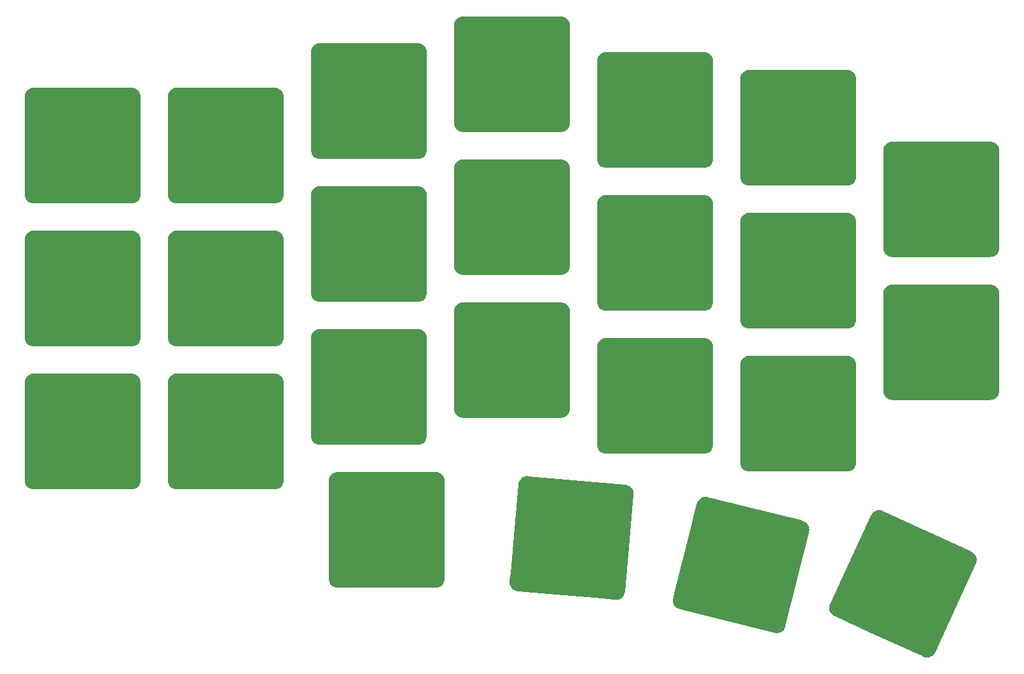
<source format=gts>
G04 #@! TF.GenerationSoftware,KiCad,Pcbnew,(5.1.4)-1*
G04 #@! TF.CreationDate,2020-07-05T23:15:41+09:00*
G04 #@! TF.ProjectId,pcb-plate,7063622d-706c-4617-9465-2e6b69636164,rev?*
G04 #@! TF.SameCoordinates,PX2faf080PY2faf080*
G04 #@! TF.FileFunction,Soldermask,Top*
G04 #@! TF.FilePolarity,Negative*
%FSLAX46Y46*%
G04 Gerber Fmt 4.6, Leading zero omitted, Abs format (unit mm)*
G04 Created by KiCad (PCBNEW (5.1.4)-1) date 2020-07-05 23:15:41*
%MOMM*%
%LPD*%
G04 APERTURE LIST*
%ADD10C,0.100000*%
G04 APERTURE END LIST*
D10*
G36*
X110734772Y-80412414D02*
G01*
X121682296Y-85447712D01*
X126717594Y-74500188D01*
X115770070Y-69464890D01*
X110734772Y-80412414D01*
G37*
X110734772Y-80412414D02*
X121682296Y-85447712D01*
X126717594Y-74500188D01*
X115770070Y-69464890D01*
X110734772Y-80412414D01*
G36*
X92789575Y-67631718D02*
G01*
X89874416Y-79323781D01*
X101566479Y-82238940D01*
X104481638Y-70546877D01*
X92789575Y-67631718D01*
G37*
X92789575Y-67631718D02*
X89874416Y-79323781D01*
X101566479Y-82238940D01*
X104481638Y-70546877D01*
X92789575Y-67631718D01*
G36*
X69152773Y-64806245D02*
G01*
X68081596Y-76808540D01*
X80083891Y-77879717D01*
X81155068Y-65877422D01*
X69152773Y-64806245D01*
G37*
X69152773Y-64806245D02*
X68081596Y-76808540D01*
X80083891Y-77879717D01*
X81155068Y-65877422D01*
X69152773Y-64806245D01*
G36*
X43981250Y-64221875D02*
G01*
X43981250Y-76271875D01*
X56031250Y-76271875D01*
X56031250Y-64221875D01*
X43981250Y-64221875D01*
G37*
X43981250Y-64221875D02*
X43981250Y-76271875D01*
X56031250Y-76271875D01*
X56031250Y-64221875D01*
X43981250Y-64221875D01*
G36*
X117800000Y-39218750D02*
G01*
X117800000Y-51268750D01*
X129850000Y-51268750D01*
X129850000Y-39218750D01*
X117800000Y-39218750D01*
G37*
X117800000Y-39218750D02*
X117800000Y-51268750D01*
X129850000Y-51268750D01*
X129850000Y-39218750D01*
X117800000Y-39218750D01*
G36*
X98750000Y-48743750D02*
G01*
X98750000Y-60793750D01*
X110800000Y-60793750D01*
X110800000Y-48743750D01*
X98750000Y-48743750D01*
G37*
X98750000Y-48743750D02*
X98750000Y-60793750D01*
X110800000Y-60793750D01*
X110800000Y-48743750D01*
X98750000Y-48743750D01*
G36*
X79700000Y-46362500D02*
G01*
X79700000Y-58412500D01*
X91750000Y-58412500D01*
X91750000Y-46362500D01*
X79700000Y-46362500D01*
G37*
X79700000Y-46362500D02*
X79700000Y-58412500D01*
X91750000Y-58412500D01*
X91750000Y-46362500D01*
X79700000Y-46362500D01*
G36*
X60650000Y-41600000D02*
G01*
X60650000Y-53650000D01*
X72700000Y-53650000D01*
X72700000Y-41600000D01*
X60650000Y-41600000D01*
G37*
X60650000Y-41600000D02*
X60650000Y-53650000D01*
X72700000Y-53650000D01*
X72700000Y-41600000D01*
X60650000Y-41600000D01*
G36*
X41600000Y-45171875D02*
G01*
X41600000Y-57221875D01*
X53650000Y-57221875D01*
X53650000Y-45171875D01*
X41600000Y-45171875D01*
G37*
X41600000Y-45171875D02*
X41600000Y-57221875D01*
X53650000Y-57221875D01*
X53650000Y-45171875D01*
X41600000Y-45171875D01*
G36*
X22550000Y-51125000D02*
G01*
X22550000Y-63175000D01*
X34600000Y-63175000D01*
X34600000Y-51125000D01*
X22550000Y-51125000D01*
G37*
X22550000Y-51125000D02*
X22550000Y-63175000D01*
X34600000Y-63175000D01*
X34600000Y-51125000D01*
X22550000Y-51125000D01*
G36*
X3500000Y-51125000D02*
G01*
X3500000Y-63175000D01*
X15550000Y-63175000D01*
X15550000Y-51125000D01*
X3500000Y-51125000D01*
G37*
X3500000Y-51125000D02*
X3500000Y-63175000D01*
X15550000Y-63175000D01*
X15550000Y-51125000D01*
X3500000Y-51125000D01*
G36*
X117800000Y-20168750D02*
G01*
X117800000Y-32218750D01*
X129850000Y-32218750D01*
X129850000Y-20168750D01*
X117800000Y-20168750D01*
G37*
X117800000Y-20168750D02*
X117800000Y-32218750D01*
X129850000Y-32218750D01*
X129850000Y-20168750D01*
X117800000Y-20168750D01*
G36*
X98750000Y-29693750D02*
G01*
X98750000Y-41743750D01*
X110800000Y-41743750D01*
X110800000Y-29693750D01*
X98750000Y-29693750D01*
G37*
X98750000Y-29693750D02*
X98750000Y-41743750D01*
X110800000Y-41743750D01*
X110800000Y-29693750D01*
X98750000Y-29693750D01*
G36*
X79700000Y-27312500D02*
G01*
X79700000Y-39362500D01*
X91750000Y-39362500D01*
X91750000Y-27312500D01*
X79700000Y-27312500D01*
G37*
X79700000Y-27312500D02*
X79700000Y-39362500D01*
X91750000Y-39362500D01*
X91750000Y-27312500D01*
X79700000Y-27312500D01*
G36*
X60650000Y-22550000D02*
G01*
X60650000Y-34600000D01*
X72700000Y-34600000D01*
X72700000Y-22550000D01*
X60650000Y-22550000D01*
G37*
X60650000Y-22550000D02*
X60650000Y-34600000D01*
X72700000Y-34600000D01*
X72700000Y-22550000D01*
X60650000Y-22550000D01*
G36*
X41600000Y-26121875D02*
G01*
X41600000Y-38171875D01*
X53650000Y-38171875D01*
X53650000Y-26121875D01*
X41600000Y-26121875D01*
G37*
X41600000Y-26121875D02*
X41600000Y-38171875D01*
X53650000Y-38171875D01*
X53650000Y-26121875D01*
X41600000Y-26121875D01*
G36*
X22550000Y-32075000D02*
G01*
X22550000Y-44125000D01*
X34600000Y-44125000D01*
X34600000Y-32075000D01*
X22550000Y-32075000D01*
G37*
X22550000Y-32075000D02*
X22550000Y-44125000D01*
X34600000Y-44125000D01*
X34600000Y-32075000D01*
X22550000Y-32075000D01*
G36*
X3500000Y-32075000D02*
G01*
X3500000Y-44125000D01*
X15550000Y-44125000D01*
X15550000Y-32075000D01*
X3500000Y-32075000D01*
G37*
X3500000Y-32075000D02*
X3500000Y-44125000D01*
X15550000Y-44125000D01*
X15550000Y-32075000D01*
X3500000Y-32075000D01*
G36*
X98750000Y-10643750D02*
G01*
X98750000Y-22693750D01*
X110800000Y-22693750D01*
X110800000Y-10643750D01*
X98750000Y-10643750D01*
G37*
X98750000Y-10643750D02*
X98750000Y-22693750D01*
X110800000Y-22693750D01*
X110800000Y-10643750D01*
X98750000Y-10643750D01*
G36*
X79700000Y-8262499D02*
G01*
X79700000Y-20312499D01*
X91750000Y-20312499D01*
X91750000Y-8262499D01*
X79700000Y-8262499D01*
G37*
X79700000Y-8262499D02*
X79700000Y-20312499D01*
X91750000Y-20312499D01*
X91750000Y-8262499D01*
X79700000Y-8262499D01*
G36*
X60650000Y-3500000D02*
G01*
X60650000Y-15550000D01*
X72700000Y-15550000D01*
X72700000Y-3500000D01*
X60650000Y-3500000D01*
G37*
X60650000Y-3500000D02*
X60650000Y-15550000D01*
X72700000Y-15550000D01*
X72700000Y-3500000D01*
X60650000Y-3500000D01*
G36*
X41600000Y-7071875D02*
G01*
X41600000Y-19121875D01*
X53650000Y-19121875D01*
X53650000Y-7071875D01*
X41600000Y-7071875D01*
G37*
X41600000Y-7071875D02*
X41600000Y-19121875D01*
X53650000Y-19121875D01*
X53650000Y-7071875D01*
X41600000Y-7071875D01*
G36*
X22550000Y-13025000D02*
G01*
X22550000Y-25075000D01*
X34600000Y-25075000D01*
X34600000Y-13025000D01*
X22550000Y-13025000D01*
G37*
X22550000Y-13025000D02*
X22550000Y-25075000D01*
X34600000Y-25075000D01*
X34600000Y-13025000D01*
X22550000Y-13025000D01*
G36*
X3500000Y-13025000D02*
G01*
X3500000Y-25075000D01*
X15550000Y-25075000D01*
X15550000Y-13025000D01*
X3500000Y-13025000D01*
G37*
X3500000Y-13025000D02*
X3500000Y-25075000D01*
X15550000Y-25075000D01*
X15550000Y-13025000D01*
X3500000Y-13025000D01*
G36*
X115661363Y-67640672D02*
G01*
X115817482Y-67662127D01*
X115950455Y-67708109D01*
X115984899Y-67720019D01*
X115984901Y-67720020D01*
X116040883Y-67739378D01*
X116086719Y-67766189D01*
X116097586Y-67771849D01*
X127789936Y-73149729D01*
X127801309Y-73154297D01*
X127851489Y-73171649D01*
X127897313Y-73198453D01*
X127897318Y-73198457D01*
X127902613Y-73201554D01*
X127902619Y-73201557D01*
X128055525Y-73290998D01*
X128055528Y-73291000D01*
X128055527Y-73291000D01*
X128232358Y-73447859D01*
X128375190Y-73636203D01*
X128412102Y-73712137D01*
X128478534Y-73848796D01*
X128508475Y-73963130D01*
X128538417Y-74077463D01*
X128538417Y-74077465D01*
X128552539Y-74313422D01*
X128520357Y-74547600D01*
X128490275Y-74634592D01*
X128462465Y-74715018D01*
X128462463Y-74715023D01*
X128443106Y-74771001D01*
X128416297Y-74816833D01*
X128410639Y-74827695D01*
X124818984Y-82636513D01*
X123032759Y-86520045D01*
X123028187Y-86531427D01*
X123010835Y-86581607D01*
X122984031Y-86627431D01*
X122984027Y-86627436D01*
X122891486Y-86785643D01*
X122891484Y-86785645D01*
X122734624Y-86962476D01*
X122546280Y-87105308D01*
X122475415Y-87139756D01*
X122333687Y-87208652D01*
X122219353Y-87238593D01*
X122105021Y-87268535D01*
X121869060Y-87282657D01*
X121634881Y-87250474D01*
X121504336Y-87205332D01*
X121467466Y-87192583D01*
X121467464Y-87192582D01*
X121461677Y-87190581D01*
X121461667Y-87190577D01*
X121411484Y-87173224D01*
X121411481Y-87173222D01*
X121411480Y-87173222D01*
X121365656Y-87146418D01*
X121354791Y-87140758D01*
X114196522Y-83848322D01*
X109662432Y-81762874D01*
X109651050Y-81758302D01*
X109600880Y-81740953D01*
X109600878Y-81740952D01*
X109555050Y-81714146D01*
X109555041Y-81714141D01*
X109396839Y-81621602D01*
X109220008Y-81464742D01*
X109077176Y-81276398D01*
X109025504Y-81170100D01*
X108973832Y-81063805D01*
X108949879Y-80972337D01*
X108913949Y-80835139D01*
X108899827Y-80599179D01*
X108932009Y-80365004D01*
X108957671Y-80290793D01*
X108989901Y-80197585D01*
X108989903Y-80197581D01*
X109009260Y-80141602D01*
X109028369Y-80108933D01*
X109036068Y-80095770D01*
X109041730Y-80084900D01*
X109085116Y-79990572D01*
X111737282Y-79990572D01*
X111738746Y-80015032D01*
X111744954Y-80038737D01*
X111755667Y-80060775D01*
X111770474Y-80080299D01*
X111788805Y-80096560D01*
X111809945Y-80108927D01*
X121213029Y-84433862D01*
X121236178Y-84441866D01*
X121260454Y-84445202D01*
X121284914Y-84443738D01*
X121308619Y-84437530D01*
X121330657Y-84426817D01*
X121350181Y-84412010D01*
X121366442Y-84393679D01*
X121378809Y-84372539D01*
X125703745Y-74969452D01*
X125711748Y-74946307D01*
X125715084Y-74922031D01*
X125713620Y-74897571D01*
X125707412Y-74873866D01*
X125696699Y-74851828D01*
X125681892Y-74832304D01*
X125663561Y-74816043D01*
X125642415Y-74803673D01*
X120940879Y-72641208D01*
X116239347Y-70478745D01*
X116216188Y-70470737D01*
X116191912Y-70467401D01*
X116167452Y-70468865D01*
X116143747Y-70475073D01*
X116121709Y-70485786D01*
X116102185Y-70500593D01*
X116085924Y-70518924D01*
X116073557Y-70540065D01*
X111792390Y-79847988D01*
X111748626Y-79943137D01*
X111740618Y-79966296D01*
X111737282Y-79990572D01*
X109085116Y-79990572D01*
X114419612Y-68392545D01*
X114424182Y-68381168D01*
X114441531Y-68330998D01*
X114468336Y-68285173D01*
X114468343Y-68285159D01*
X114471436Y-68279870D01*
X114471439Y-68279865D01*
X114560880Y-68126959D01*
X114577650Y-68108054D01*
X114717741Y-67950126D01*
X114906085Y-67807294D01*
X115012382Y-67755622D01*
X115118678Y-67703950D01*
X115278379Y-67662128D01*
X115347345Y-67644067D01*
X115504652Y-67634652D01*
X115583304Y-67629945D01*
X115583305Y-67629945D01*
X115661363Y-67640672D01*
X115661363Y-67640672D01*
G37*
G36*
X92549004Y-65858499D02*
G01*
X92676704Y-65877299D01*
X92676708Y-65877300D01*
X92694037Y-65879851D01*
X92735309Y-65885927D01*
X92785321Y-65903760D01*
X92797060Y-65907307D01*
X93516249Y-66086621D01*
X105284605Y-69020800D01*
X105296639Y-69023180D01*
X105316267Y-69026070D01*
X105349151Y-69030911D01*
X105395016Y-69047265D01*
X105399146Y-69048738D01*
X105399176Y-69048747D01*
X105571800Y-69110301D01*
X105580209Y-69115329D01*
X105774681Y-69231603D01*
X105950000Y-69390154D01*
X105950001Y-69390155D01*
X106091019Y-69579864D01*
X106141610Y-69686529D01*
X106192316Y-69793435D01*
X106250001Y-70022668D01*
X106261858Y-70258755D01*
X106238737Y-70415801D01*
X106232416Y-70458732D01*
X106227429Y-70492609D01*
X106209597Y-70542617D01*
X106206053Y-70554348D01*
X103104755Y-82992972D01*
X103092559Y-83041888D01*
X103090179Y-83053922D01*
X103082445Y-83106455D01*
X103064613Y-83156462D01*
X103064612Y-83156464D01*
X103003054Y-83329103D01*
X102881753Y-83531982D01*
X102723199Y-83707304D01*
X102533491Y-83848322D01*
X102319921Y-83949618D01*
X102090688Y-84007303D01*
X101972645Y-84013232D01*
X101854605Y-84019160D01*
X101854603Y-84019160D01*
X101833775Y-84016094D01*
X101679349Y-83993359D01*
X101679344Y-83993358D01*
X101620747Y-83984731D01*
X101570730Y-83966896D01*
X101559010Y-83963355D01*
X89071454Y-80849858D01*
X89059436Y-80847481D01*
X89006904Y-80839748D01*
X88852907Y-80784836D01*
X88784254Y-80760356D01*
X88784252Y-80760355D01*
X88581374Y-80639055D01*
X88406052Y-80480501D01*
X88265034Y-80290793D01*
X88163738Y-80077223D01*
X88106053Y-79847990D01*
X88094196Y-79611905D01*
X88100320Y-79570310D01*
X88103945Y-79545688D01*
X88119997Y-79436652D01*
X88119998Y-79436648D01*
X88128625Y-79378049D01*
X88146459Y-79328034D01*
X88150003Y-79316303D01*
X88303996Y-78698668D01*
X90779944Y-78698668D01*
X90781173Y-78723141D01*
X90787153Y-78746904D01*
X90797654Y-78769044D01*
X90812272Y-78788710D01*
X90830447Y-78805146D01*
X90851478Y-78817721D01*
X90874552Y-78825949D01*
X94973738Y-79847990D01*
X100917123Y-81329841D01*
X100941366Y-81333410D01*
X100965839Y-81332181D01*
X100989602Y-81326201D01*
X101011742Y-81315700D01*
X101031408Y-81301082D01*
X101047844Y-81282907D01*
X101060419Y-81261876D01*
X101068649Y-81238795D01*
X101159559Y-80874176D01*
X101638385Y-78953706D01*
X103572539Y-71196233D01*
X103576108Y-71171990D01*
X103574879Y-71147517D01*
X103568899Y-71123754D01*
X103558398Y-71101614D01*
X103543780Y-71081948D01*
X103525605Y-71065512D01*
X103504574Y-71052937D01*
X103481496Y-71044708D01*
X93438927Y-68540814D01*
X93414688Y-68537246D01*
X93390215Y-68538475D01*
X93366452Y-68544455D01*
X93344312Y-68554956D01*
X93324646Y-68569574D01*
X93308210Y-68587749D01*
X93295635Y-68608780D01*
X93287408Y-68631853D01*
X90793048Y-78636182D01*
X90783513Y-78674425D01*
X90779944Y-78698668D01*
X88303996Y-78698668D01*
X90467166Y-70022668D01*
X91263498Y-66828753D01*
X91265878Y-66816718D01*
X91273608Y-66764206D01*
X91291437Y-66714207D01*
X91291444Y-66714183D01*
X91352999Y-66541556D01*
X91416781Y-66434880D01*
X91474301Y-66338675D01*
X91632852Y-66163356D01*
X91822560Y-66022338D01*
X91942779Y-65965318D01*
X92036133Y-65921040D01*
X92265366Y-65863355D01*
X92344061Y-65859403D01*
X92501449Y-65851498D01*
X92501451Y-65851498D01*
X92549004Y-65858499D01*
X92549004Y-65858499D01*
G37*
G36*
X68881247Y-63099752D02*
G01*
X68893381Y-63101438D01*
X81712258Y-64245492D01*
X81724504Y-64245982D01*
X81777601Y-64245495D01*
X81829777Y-64255377D01*
X81829802Y-64255381D01*
X82009851Y-64289484D01*
X82229056Y-64377937D01*
X82426794Y-64507456D01*
X82595464Y-64673062D01*
X82595465Y-64673064D01*
X82728584Y-64868391D01*
X82815062Y-65071874D01*
X82821040Y-65085941D01*
X82869278Y-65317346D01*
X82871444Y-65553716D01*
X82861560Y-65605902D01*
X82859875Y-65618029D01*
X81715821Y-78436907D01*
X81715331Y-78449153D01*
X81715818Y-78502250D01*
X81705936Y-78554426D01*
X81705932Y-78554451D01*
X81671829Y-78734500D01*
X81583375Y-78953706D01*
X81570610Y-78973194D01*
X81453857Y-79151443D01*
X81371798Y-79235019D01*
X81288250Y-79320113D01*
X81276627Y-79328034D01*
X81092921Y-79453233D01*
X80875374Y-79545688D01*
X80875373Y-79545688D01*
X80875371Y-79545689D01*
X80643966Y-79593927D01*
X80407597Y-79596093D01*
X80407594Y-79596093D01*
X80355426Y-79586212D01*
X80343280Y-79584524D01*
X78686413Y-79436652D01*
X67524414Y-78440471D01*
X67512157Y-78439981D01*
X67460822Y-78440451D01*
X67459063Y-78440467D01*
X67459061Y-78440467D01*
X67226813Y-78396478D01*
X67210915Y-78390063D01*
X67007607Y-78308024D01*
X66929349Y-78256764D01*
X66809870Y-78178506D01*
X66726294Y-78096447D01*
X66641200Y-78012899D01*
X66584371Y-77929512D01*
X66508080Y-77817570D01*
X66415625Y-77600023D01*
X66415624Y-77600020D01*
X66367386Y-77368615D01*
X66365763Y-77191479D01*
X66365220Y-77132246D01*
X66365220Y-77132243D01*
X66375101Y-77080075D01*
X66376790Y-77067925D01*
X66469747Y-76026355D01*
X68879286Y-76026355D01*
X68879510Y-76050858D01*
X68884511Y-76074847D01*
X68894095Y-76097399D01*
X68907895Y-76117648D01*
X68925380Y-76134815D01*
X68945878Y-76148242D01*
X68968602Y-76157411D01*
X68992678Y-76161971D01*
X79301706Y-77082027D01*
X79326209Y-77081803D01*
X79350198Y-77076802D01*
X79372750Y-77067218D01*
X79392999Y-77053418D01*
X79410166Y-77035933D01*
X79423593Y-77015435D01*
X79432762Y-76992711D01*
X79437322Y-76968635D01*
X80357378Y-66659607D01*
X80357154Y-66635104D01*
X80352153Y-66611115D01*
X80342569Y-66588563D01*
X80328769Y-66568314D01*
X80311284Y-66551147D01*
X80290786Y-66537720D01*
X80268062Y-66528551D01*
X80243986Y-66523991D01*
X69934958Y-65603935D01*
X69910455Y-65604159D01*
X69886466Y-65609160D01*
X69863914Y-65618744D01*
X69843665Y-65632544D01*
X69826498Y-65650029D01*
X69813071Y-65670527D01*
X69803902Y-65693251D01*
X69799342Y-65717327D01*
X68879286Y-76026355D01*
X66469747Y-76026355D01*
X67520842Y-64249063D01*
X67521332Y-64236806D01*
X67520846Y-64183710D01*
X67564835Y-63951462D01*
X67573368Y-63930316D01*
X67626068Y-63799714D01*
X67653288Y-63732257D01*
X67782807Y-63534519D01*
X67948413Y-63365849D01*
X67989496Y-63337850D01*
X68143742Y-63232729D01*
X68361289Y-63140274D01*
X68361290Y-63140274D01*
X68361292Y-63140273D01*
X68592697Y-63092035D01*
X68829067Y-63089869D01*
X68881247Y-63099752D01*
X68881247Y-63099752D01*
G37*
G36*
X56559089Y-62546273D02*
G01*
X56629610Y-62553219D01*
X56741491Y-62564238D01*
X56967692Y-62632856D01*
X56967695Y-62632857D01*
X57176160Y-62744283D01*
X57358884Y-62894241D01*
X57508842Y-63076965D01*
X57620268Y-63285430D01*
X57620269Y-63285433D01*
X57688887Y-63511634D01*
X57702515Y-63650000D01*
X57712056Y-63746875D01*
X57706852Y-63799714D01*
X57706250Y-63811966D01*
X57706250Y-76681784D01*
X57706852Y-76694036D01*
X57712056Y-76746875D01*
X57706250Y-76805825D01*
X57688887Y-76982116D01*
X57660164Y-77076802D01*
X57620268Y-77208320D01*
X57508842Y-77416785D01*
X57358884Y-77599509D01*
X57176160Y-77749467D01*
X56967695Y-77860893D01*
X56967692Y-77860894D01*
X56741491Y-77929512D01*
X56634454Y-77940054D01*
X56559089Y-77947477D01*
X56506250Y-77952681D01*
X56453411Y-77947477D01*
X56441159Y-77946875D01*
X43571341Y-77946875D01*
X43559089Y-77947477D01*
X43506250Y-77952681D01*
X43453411Y-77947477D01*
X43382890Y-77940531D01*
X43271009Y-77929512D01*
X43044808Y-77860894D01*
X43044805Y-77860893D01*
X42836340Y-77749467D01*
X42653616Y-77599509D01*
X42503658Y-77416785D01*
X42392232Y-77208320D01*
X42352336Y-77076802D01*
X42323613Y-76982116D01*
X42300444Y-76746875D01*
X42305649Y-76694026D01*
X42306251Y-76681774D01*
X42306251Y-65071874D01*
X44706250Y-65071874D01*
X44706250Y-75421876D01*
X44708652Y-75446262D01*
X44715765Y-75469711D01*
X44727316Y-75491322D01*
X44742861Y-75510264D01*
X44761803Y-75525809D01*
X44783414Y-75537360D01*
X44806863Y-75544473D01*
X44831249Y-75546875D01*
X55181252Y-75546875D01*
X55205638Y-75544473D01*
X55229087Y-75537360D01*
X55250698Y-75525809D01*
X55269640Y-75510264D01*
X55285185Y-75491322D01*
X55296736Y-75469711D01*
X55303849Y-75446262D01*
X55306251Y-75421876D01*
X55306250Y-65071874D01*
X55303848Y-65047488D01*
X55296735Y-65024039D01*
X55285184Y-65002428D01*
X55269639Y-64983486D01*
X55250697Y-64967941D01*
X55229086Y-64956390D01*
X55205637Y-64949277D01*
X55181251Y-64946875D01*
X44831249Y-64946875D01*
X44806863Y-64949277D01*
X44783414Y-64956390D01*
X44761803Y-64967941D01*
X44742861Y-64983486D01*
X44727316Y-65002428D01*
X44715765Y-65024039D01*
X44708652Y-65047488D01*
X44706250Y-65071874D01*
X42306251Y-65071874D01*
X42306250Y-63811966D01*
X42305648Y-63799714D01*
X42300444Y-63746875D01*
X42309985Y-63650000D01*
X42323613Y-63511634D01*
X42392231Y-63285433D01*
X42392232Y-63285430D01*
X42503658Y-63076965D01*
X42653616Y-62894241D01*
X42836340Y-62744283D01*
X43044805Y-62632857D01*
X43044808Y-62632856D01*
X43271009Y-62564238D01*
X43382890Y-62553219D01*
X43453411Y-62546273D01*
X43506250Y-62541069D01*
X43559089Y-62546273D01*
X43571341Y-62546875D01*
X56441159Y-62546875D01*
X56453411Y-62546273D01*
X56506250Y-62541069D01*
X56559089Y-62546273D01*
X56559089Y-62546273D01*
G37*
G36*
X16077839Y-49449398D02*
G01*
X16098033Y-49451387D01*
X16260241Y-49467363D01*
X16447945Y-49524303D01*
X16486445Y-49535982D01*
X16694910Y-49647408D01*
X16877634Y-49797366D01*
X17027592Y-49980090D01*
X17139018Y-50188555D01*
X17139019Y-50188558D01*
X17207637Y-50414759D01*
X17219404Y-50534235D01*
X17230806Y-50650000D01*
X17225602Y-50702839D01*
X17225000Y-50715091D01*
X17225000Y-63584909D01*
X17225602Y-63597161D01*
X17230806Y-63650000D01*
X17225000Y-63708950D01*
X17207637Y-63885241D01*
X17178250Y-63982116D01*
X17139018Y-64111445D01*
X17027592Y-64319910D01*
X16877634Y-64502634D01*
X16694910Y-64652592D01*
X16486445Y-64764018D01*
X16486442Y-64764019D01*
X16260241Y-64832637D01*
X16153204Y-64843179D01*
X16077839Y-64850602D01*
X16025000Y-64855806D01*
X15972161Y-64850602D01*
X15959909Y-64850000D01*
X3090091Y-64850000D01*
X3077839Y-64850602D01*
X3025000Y-64855806D01*
X2972161Y-64850602D01*
X2901640Y-64843656D01*
X2789759Y-64832637D01*
X2563558Y-64764019D01*
X2563555Y-64764018D01*
X2355090Y-64652592D01*
X2172366Y-64502634D01*
X2022408Y-64319910D01*
X1910982Y-64111445D01*
X1871750Y-63982116D01*
X1842363Y-63885241D01*
X1819194Y-63650000D01*
X1824399Y-63597151D01*
X1825001Y-63584899D01*
X1825001Y-51974999D01*
X4225000Y-51974999D01*
X4225000Y-62325001D01*
X4227402Y-62349387D01*
X4234515Y-62372836D01*
X4246066Y-62394447D01*
X4261611Y-62413389D01*
X4280553Y-62428934D01*
X4302164Y-62440485D01*
X4325613Y-62447598D01*
X4349999Y-62450000D01*
X14700002Y-62450000D01*
X14724388Y-62447598D01*
X14747837Y-62440485D01*
X14769448Y-62428934D01*
X14788390Y-62413389D01*
X14803935Y-62394447D01*
X14815486Y-62372836D01*
X14822599Y-62349387D01*
X14825001Y-62325001D01*
X14825000Y-51974999D01*
X14822598Y-51950613D01*
X14815485Y-51927164D01*
X14803934Y-51905553D01*
X14788389Y-51886611D01*
X14769447Y-51871066D01*
X14747836Y-51859515D01*
X14724387Y-51852402D01*
X14700001Y-51850000D01*
X4349999Y-51850000D01*
X4325613Y-51852402D01*
X4302164Y-51859515D01*
X4280553Y-51871066D01*
X4261611Y-51886611D01*
X4246066Y-51905553D01*
X4234515Y-51927164D01*
X4227402Y-51950613D01*
X4225000Y-51974999D01*
X1825001Y-51974999D01*
X1825000Y-50715091D01*
X1824398Y-50702839D01*
X1819194Y-50650000D01*
X1830596Y-50534235D01*
X1842363Y-50414759D01*
X1910981Y-50188558D01*
X1910982Y-50188555D01*
X2022408Y-49980090D01*
X2172366Y-49797366D01*
X2355090Y-49647408D01*
X2563555Y-49535982D01*
X2602055Y-49524303D01*
X2789759Y-49467363D01*
X2951967Y-49451387D01*
X2972161Y-49449398D01*
X3025000Y-49444194D01*
X3077839Y-49449398D01*
X3090091Y-49450000D01*
X15959909Y-49450000D01*
X15972161Y-49449398D01*
X16025000Y-49444194D01*
X16077839Y-49449398D01*
X16077839Y-49449398D01*
G37*
G36*
X35127839Y-49449398D02*
G01*
X35148033Y-49451387D01*
X35310241Y-49467363D01*
X35497945Y-49524303D01*
X35536445Y-49535982D01*
X35744910Y-49647408D01*
X35927634Y-49797366D01*
X36077592Y-49980090D01*
X36189018Y-50188555D01*
X36189019Y-50188558D01*
X36257637Y-50414759D01*
X36269404Y-50534235D01*
X36280806Y-50650000D01*
X36275602Y-50702839D01*
X36275000Y-50715091D01*
X36275000Y-63584909D01*
X36275602Y-63597161D01*
X36280806Y-63650000D01*
X36275000Y-63708950D01*
X36257637Y-63885241D01*
X36228250Y-63982116D01*
X36189018Y-64111445D01*
X36077592Y-64319910D01*
X35927634Y-64502634D01*
X35744910Y-64652592D01*
X35536445Y-64764018D01*
X35536442Y-64764019D01*
X35310241Y-64832637D01*
X35203204Y-64843179D01*
X35127839Y-64850602D01*
X35075000Y-64855806D01*
X35022161Y-64850602D01*
X35009909Y-64850000D01*
X22140091Y-64850000D01*
X22127839Y-64850602D01*
X22075000Y-64855806D01*
X22022161Y-64850602D01*
X21951640Y-64843656D01*
X21839759Y-64832637D01*
X21613558Y-64764019D01*
X21613555Y-64764018D01*
X21405090Y-64652592D01*
X21222366Y-64502634D01*
X21072408Y-64319910D01*
X20960982Y-64111445D01*
X20921750Y-63982116D01*
X20892363Y-63885241D01*
X20869194Y-63650000D01*
X20874399Y-63597151D01*
X20875001Y-63584899D01*
X20875001Y-51974999D01*
X23275000Y-51974999D01*
X23275000Y-62325001D01*
X23277402Y-62349387D01*
X23284515Y-62372836D01*
X23296066Y-62394447D01*
X23311611Y-62413389D01*
X23330553Y-62428934D01*
X23352164Y-62440485D01*
X23375613Y-62447598D01*
X23399999Y-62450000D01*
X33750002Y-62450000D01*
X33774388Y-62447598D01*
X33797837Y-62440485D01*
X33819448Y-62428934D01*
X33838390Y-62413389D01*
X33853935Y-62394447D01*
X33865486Y-62372836D01*
X33872599Y-62349387D01*
X33875001Y-62325001D01*
X33875000Y-51974999D01*
X33872598Y-51950613D01*
X33865485Y-51927164D01*
X33853934Y-51905553D01*
X33838389Y-51886611D01*
X33819447Y-51871066D01*
X33797836Y-51859515D01*
X33774387Y-51852402D01*
X33750001Y-51850000D01*
X23399999Y-51850000D01*
X23375613Y-51852402D01*
X23352164Y-51859515D01*
X23330553Y-51871066D01*
X23311611Y-51886611D01*
X23296066Y-51905553D01*
X23284515Y-51927164D01*
X23277402Y-51950613D01*
X23275000Y-51974999D01*
X20875001Y-51974999D01*
X20875000Y-50715091D01*
X20874398Y-50702839D01*
X20869194Y-50650000D01*
X20880596Y-50534235D01*
X20892363Y-50414759D01*
X20960981Y-50188558D01*
X20960982Y-50188555D01*
X21072408Y-49980090D01*
X21222366Y-49797366D01*
X21405090Y-49647408D01*
X21613555Y-49535982D01*
X21652055Y-49524303D01*
X21839759Y-49467363D01*
X22001967Y-49451387D01*
X22022161Y-49449398D01*
X22075000Y-49444194D01*
X22127839Y-49449398D01*
X22140091Y-49450000D01*
X35009909Y-49450000D01*
X35022161Y-49449398D01*
X35075000Y-49444194D01*
X35127839Y-49449398D01*
X35127839Y-49449398D01*
G37*
G36*
X111327839Y-47068148D02*
G01*
X111348033Y-47070137D01*
X111510241Y-47086113D01*
X111697945Y-47143053D01*
X111736445Y-47154732D01*
X111944910Y-47266158D01*
X112127634Y-47416116D01*
X112277592Y-47598840D01*
X112389018Y-47807305D01*
X112389019Y-47807308D01*
X112457637Y-48033509D01*
X112457637Y-48033511D01*
X112480806Y-48268750D01*
X112475602Y-48321589D01*
X112475000Y-48333841D01*
X112475000Y-61203659D01*
X112475602Y-61215911D01*
X112480806Y-61268750D01*
X112457637Y-61503991D01*
X112389019Y-61730192D01*
X112389018Y-61730195D01*
X112277592Y-61938660D01*
X112127634Y-62121384D01*
X111944910Y-62271342D01*
X111736445Y-62382768D01*
X111736442Y-62382769D01*
X111510241Y-62451387D01*
X111398360Y-62462406D01*
X111327839Y-62469352D01*
X111275000Y-62474556D01*
X111222161Y-62469352D01*
X111209909Y-62468750D01*
X98340091Y-62468750D01*
X98327839Y-62469352D01*
X98275000Y-62474556D01*
X98222161Y-62469352D01*
X98151640Y-62462406D01*
X98039759Y-62451387D01*
X97813558Y-62382769D01*
X97813555Y-62382768D01*
X97605090Y-62271342D01*
X97422366Y-62121384D01*
X97272408Y-61938660D01*
X97160982Y-61730195D01*
X97160981Y-61730192D01*
X97092363Y-61503991D01*
X97069194Y-61268750D01*
X97074399Y-61215901D01*
X97075001Y-61203649D01*
X97075001Y-49593749D01*
X99475000Y-49593749D01*
X99475000Y-59943751D01*
X99477402Y-59968137D01*
X99484515Y-59991586D01*
X99496066Y-60013197D01*
X99511611Y-60032139D01*
X99530553Y-60047684D01*
X99552164Y-60059235D01*
X99575613Y-60066348D01*
X99599999Y-60068750D01*
X109950002Y-60068750D01*
X109974388Y-60066348D01*
X109997837Y-60059235D01*
X110019448Y-60047684D01*
X110038390Y-60032139D01*
X110053935Y-60013197D01*
X110065486Y-59991586D01*
X110072599Y-59968137D01*
X110075001Y-59943751D01*
X110075000Y-49593749D01*
X110072598Y-49569363D01*
X110065485Y-49545914D01*
X110053934Y-49524303D01*
X110038389Y-49505361D01*
X110019447Y-49489816D01*
X109997836Y-49478265D01*
X109974387Y-49471152D01*
X109950001Y-49468750D01*
X99599999Y-49468750D01*
X99575613Y-49471152D01*
X99552164Y-49478265D01*
X99530553Y-49489816D01*
X99511611Y-49505361D01*
X99496066Y-49524303D01*
X99484515Y-49545914D01*
X99477402Y-49569363D01*
X99475000Y-49593749D01*
X97075001Y-49593749D01*
X97075000Y-48333841D01*
X97074398Y-48321589D01*
X97069194Y-48268750D01*
X97092363Y-48033511D01*
X97092363Y-48033509D01*
X97160981Y-47807308D01*
X97160982Y-47807305D01*
X97272408Y-47598840D01*
X97422366Y-47416116D01*
X97605090Y-47266158D01*
X97813555Y-47154732D01*
X97852055Y-47143053D01*
X98039759Y-47086113D01*
X98201967Y-47070137D01*
X98222161Y-47068148D01*
X98275000Y-47062944D01*
X98327839Y-47068148D01*
X98340091Y-47068750D01*
X111209909Y-47068750D01*
X111222161Y-47068148D01*
X111275000Y-47062944D01*
X111327839Y-47068148D01*
X111327839Y-47068148D01*
G37*
G36*
X92277839Y-44686898D02*
G01*
X92348360Y-44693844D01*
X92460241Y-44704863D01*
X92686442Y-44773481D01*
X92686445Y-44773482D01*
X92894910Y-44884908D01*
X93077634Y-45034866D01*
X93227592Y-45217590D01*
X93339018Y-45426055D01*
X93339019Y-45426058D01*
X93407637Y-45652259D01*
X93407637Y-45652261D01*
X93430806Y-45887500D01*
X93425602Y-45940339D01*
X93425000Y-45952591D01*
X93425000Y-58822409D01*
X93425602Y-58834661D01*
X93430806Y-58887500D01*
X93407637Y-59122741D01*
X93339019Y-59348942D01*
X93339018Y-59348945D01*
X93227592Y-59557410D01*
X93077634Y-59740134D01*
X92894910Y-59890092D01*
X92686445Y-60001518D01*
X92686442Y-60001519D01*
X92460241Y-60070137D01*
X92348360Y-60081156D01*
X92277839Y-60088102D01*
X92225000Y-60093306D01*
X92172161Y-60088102D01*
X92159909Y-60087500D01*
X79290091Y-60087500D01*
X79277839Y-60088102D01*
X79225000Y-60093306D01*
X79172161Y-60088102D01*
X79101640Y-60081156D01*
X78989759Y-60070137D01*
X78763558Y-60001519D01*
X78763555Y-60001518D01*
X78555090Y-59890092D01*
X78372366Y-59740134D01*
X78222408Y-59557410D01*
X78110982Y-59348945D01*
X78110981Y-59348942D01*
X78042363Y-59122741D01*
X78019194Y-58887500D01*
X78024399Y-58834651D01*
X78025001Y-58822399D01*
X78025001Y-47212499D01*
X80425000Y-47212499D01*
X80425000Y-57562501D01*
X80427402Y-57586887D01*
X80434515Y-57610336D01*
X80446066Y-57631947D01*
X80461611Y-57650889D01*
X80480553Y-57666434D01*
X80502164Y-57677985D01*
X80525613Y-57685098D01*
X80549999Y-57687500D01*
X90900002Y-57687500D01*
X90924388Y-57685098D01*
X90947837Y-57677985D01*
X90969448Y-57666434D01*
X90988390Y-57650889D01*
X91003935Y-57631947D01*
X91015486Y-57610336D01*
X91022599Y-57586887D01*
X91025001Y-57562501D01*
X91025000Y-47212499D01*
X91022598Y-47188113D01*
X91015485Y-47164664D01*
X91003934Y-47143053D01*
X90988389Y-47124111D01*
X90969447Y-47108566D01*
X90947836Y-47097015D01*
X90924387Y-47089902D01*
X90900001Y-47087500D01*
X80549999Y-47087500D01*
X80525613Y-47089902D01*
X80502164Y-47097015D01*
X80480553Y-47108566D01*
X80461611Y-47124111D01*
X80446066Y-47143053D01*
X80434515Y-47164664D01*
X80427402Y-47188113D01*
X80425000Y-47212499D01*
X78025001Y-47212499D01*
X78025000Y-45952591D01*
X78024398Y-45940339D01*
X78019194Y-45887500D01*
X78042363Y-45652261D01*
X78042363Y-45652259D01*
X78110981Y-45426058D01*
X78110982Y-45426055D01*
X78222408Y-45217590D01*
X78372366Y-45034866D01*
X78555090Y-44884908D01*
X78763555Y-44773482D01*
X78763558Y-44773481D01*
X78989759Y-44704863D01*
X79101640Y-44693844D01*
X79172161Y-44686898D01*
X79225000Y-44681694D01*
X79277839Y-44686898D01*
X79290091Y-44687500D01*
X92159909Y-44687500D01*
X92172161Y-44686898D01*
X92225000Y-44681694D01*
X92277839Y-44686898D01*
X92277839Y-44686898D01*
G37*
G36*
X54177839Y-43496273D02*
G01*
X54248360Y-43503219D01*
X54360241Y-43514238D01*
X54586442Y-43582856D01*
X54586445Y-43582857D01*
X54794910Y-43694283D01*
X54977634Y-43844241D01*
X55127592Y-44026965D01*
X55239018Y-44235430D01*
X55239019Y-44235433D01*
X55307637Y-44461634D01*
X55321265Y-44600000D01*
X55330806Y-44696875D01*
X55325602Y-44749714D01*
X55325000Y-44761966D01*
X55325000Y-57631784D01*
X55325602Y-57644036D01*
X55330806Y-57696875D01*
X55325000Y-57755825D01*
X55307637Y-57932116D01*
X55239019Y-58158317D01*
X55239018Y-58158320D01*
X55127592Y-58366785D01*
X54977634Y-58549509D01*
X54794910Y-58699467D01*
X54586445Y-58810893D01*
X54586442Y-58810894D01*
X54360241Y-58879512D01*
X54253204Y-58890054D01*
X54177839Y-58897477D01*
X54125000Y-58902681D01*
X54072161Y-58897477D01*
X54059909Y-58896875D01*
X41190091Y-58896875D01*
X41177839Y-58897477D01*
X41125000Y-58902681D01*
X41072161Y-58897477D01*
X41001640Y-58890531D01*
X40889759Y-58879512D01*
X40663558Y-58810894D01*
X40663555Y-58810893D01*
X40455090Y-58699467D01*
X40272366Y-58549509D01*
X40122408Y-58366785D01*
X40010982Y-58158320D01*
X40010981Y-58158317D01*
X39942363Y-57932116D01*
X39919194Y-57696875D01*
X39924399Y-57644026D01*
X39925001Y-57631774D01*
X39925001Y-46021874D01*
X42325000Y-46021874D01*
X42325000Y-56371876D01*
X42327402Y-56396262D01*
X42334515Y-56419711D01*
X42346066Y-56441322D01*
X42361611Y-56460264D01*
X42380553Y-56475809D01*
X42402164Y-56487360D01*
X42425613Y-56494473D01*
X42449999Y-56496875D01*
X52800002Y-56496875D01*
X52824388Y-56494473D01*
X52847837Y-56487360D01*
X52869448Y-56475809D01*
X52888390Y-56460264D01*
X52903935Y-56441322D01*
X52915486Y-56419711D01*
X52922599Y-56396262D01*
X52925001Y-56371876D01*
X52925000Y-46021874D01*
X52922598Y-45997488D01*
X52915485Y-45974039D01*
X52903934Y-45952428D01*
X52888389Y-45933486D01*
X52869447Y-45917941D01*
X52847836Y-45906390D01*
X52824387Y-45899277D01*
X52800001Y-45896875D01*
X42449999Y-45896875D01*
X42425613Y-45899277D01*
X42402164Y-45906390D01*
X42380553Y-45917941D01*
X42361611Y-45933486D01*
X42346066Y-45952428D01*
X42334515Y-45974039D01*
X42327402Y-45997488D01*
X42325000Y-46021874D01*
X39925001Y-46021874D01*
X39925000Y-44761966D01*
X39924398Y-44749714D01*
X39919194Y-44696875D01*
X39928735Y-44600000D01*
X39942363Y-44461634D01*
X40010981Y-44235433D01*
X40010982Y-44235430D01*
X40122408Y-44026965D01*
X40272366Y-43844241D01*
X40455090Y-43694283D01*
X40663555Y-43582857D01*
X40663558Y-43582856D01*
X40889759Y-43514238D01*
X41001640Y-43503219D01*
X41072161Y-43496273D01*
X41125000Y-43491069D01*
X41177839Y-43496273D01*
X41190091Y-43496875D01*
X54059909Y-43496875D01*
X54072161Y-43496273D01*
X54125000Y-43491069D01*
X54177839Y-43496273D01*
X54177839Y-43496273D01*
G37*
G36*
X73227839Y-39924398D02*
G01*
X73248033Y-39926387D01*
X73410241Y-39942363D01*
X73597945Y-39999303D01*
X73636445Y-40010982D01*
X73844910Y-40122408D01*
X74027634Y-40272366D01*
X74177592Y-40455090D01*
X74289018Y-40663555D01*
X74289019Y-40663558D01*
X74357637Y-40889759D01*
X74369404Y-41009235D01*
X74380806Y-41125000D01*
X74375602Y-41177839D01*
X74375000Y-41190091D01*
X74375000Y-54059909D01*
X74375602Y-54072161D01*
X74380806Y-54125000D01*
X74375000Y-54183950D01*
X74357637Y-54360241D01*
X74289019Y-54586442D01*
X74289018Y-54586445D01*
X74177592Y-54794910D01*
X74027634Y-54977634D01*
X73844910Y-55127592D01*
X73636445Y-55239018D01*
X73636442Y-55239019D01*
X73410241Y-55307637D01*
X73303204Y-55318179D01*
X73227839Y-55325602D01*
X73175000Y-55330806D01*
X73122161Y-55325602D01*
X73109909Y-55325000D01*
X60240091Y-55325000D01*
X60227839Y-55325602D01*
X60175000Y-55330806D01*
X60122161Y-55325602D01*
X60051640Y-55318656D01*
X59939759Y-55307637D01*
X59713558Y-55239019D01*
X59713555Y-55239018D01*
X59505090Y-55127592D01*
X59322366Y-54977634D01*
X59172408Y-54794910D01*
X59060982Y-54586445D01*
X59060981Y-54586442D01*
X58992363Y-54360241D01*
X58969194Y-54125000D01*
X58974399Y-54072151D01*
X58975001Y-54059899D01*
X58975001Y-42449999D01*
X61375000Y-42449999D01*
X61375000Y-52800001D01*
X61377402Y-52824387D01*
X61384515Y-52847836D01*
X61396066Y-52869447D01*
X61411611Y-52888389D01*
X61430553Y-52903934D01*
X61452164Y-52915485D01*
X61475613Y-52922598D01*
X61499999Y-52925000D01*
X71850002Y-52925000D01*
X71874388Y-52922598D01*
X71897837Y-52915485D01*
X71919448Y-52903934D01*
X71938390Y-52888389D01*
X71953935Y-52869447D01*
X71965486Y-52847836D01*
X71972599Y-52824387D01*
X71975001Y-52800001D01*
X71975000Y-42449999D01*
X71972598Y-42425613D01*
X71965485Y-42402164D01*
X71953934Y-42380553D01*
X71938389Y-42361611D01*
X71919447Y-42346066D01*
X71897836Y-42334515D01*
X71874387Y-42327402D01*
X71850001Y-42325000D01*
X61499999Y-42325000D01*
X61475613Y-42327402D01*
X61452164Y-42334515D01*
X61430553Y-42346066D01*
X61411611Y-42361611D01*
X61396066Y-42380553D01*
X61384515Y-42402164D01*
X61377402Y-42425613D01*
X61375000Y-42449999D01*
X58975001Y-42449999D01*
X58975000Y-41190091D01*
X58974398Y-41177839D01*
X58969194Y-41125000D01*
X58980596Y-41009235D01*
X58992363Y-40889759D01*
X59060981Y-40663558D01*
X59060982Y-40663555D01*
X59172408Y-40455090D01*
X59322366Y-40272366D01*
X59505090Y-40122408D01*
X59713555Y-40010982D01*
X59752055Y-39999303D01*
X59939759Y-39942363D01*
X60101967Y-39926387D01*
X60122161Y-39924398D01*
X60175000Y-39919194D01*
X60227839Y-39924398D01*
X60240091Y-39925000D01*
X73109909Y-39925000D01*
X73122161Y-39924398D01*
X73175000Y-39919194D01*
X73227839Y-39924398D01*
X73227839Y-39924398D01*
G37*
G36*
X130377839Y-37543148D02*
G01*
X130448360Y-37550094D01*
X130560241Y-37561113D01*
X130786442Y-37629731D01*
X130786445Y-37629732D01*
X130994910Y-37741158D01*
X131177634Y-37891116D01*
X131327592Y-38073840D01*
X131439018Y-38282305D01*
X131439019Y-38282308D01*
X131507637Y-38508509D01*
X131519404Y-38627985D01*
X131530806Y-38743750D01*
X131525602Y-38796589D01*
X131525000Y-38808841D01*
X131525000Y-51678659D01*
X131525602Y-51690911D01*
X131530806Y-51743750D01*
X131507637Y-51978991D01*
X131439019Y-52205192D01*
X131439018Y-52205195D01*
X131327592Y-52413660D01*
X131177634Y-52596384D01*
X130994910Y-52746342D01*
X130786445Y-52857768D01*
X130786442Y-52857769D01*
X130560241Y-52926387D01*
X130448360Y-52937406D01*
X130377839Y-52944352D01*
X130325000Y-52949556D01*
X130272161Y-52944352D01*
X130259909Y-52943750D01*
X117390091Y-52943750D01*
X117377839Y-52944352D01*
X117325000Y-52949556D01*
X117272161Y-52944352D01*
X117201640Y-52937406D01*
X117089759Y-52926387D01*
X116863558Y-52857769D01*
X116863555Y-52857768D01*
X116655090Y-52746342D01*
X116472366Y-52596384D01*
X116322408Y-52413660D01*
X116210982Y-52205195D01*
X116210981Y-52205192D01*
X116142363Y-51978991D01*
X116119194Y-51743750D01*
X116124399Y-51690901D01*
X116125001Y-51678649D01*
X116125001Y-40068749D01*
X118525000Y-40068749D01*
X118525000Y-50418751D01*
X118527402Y-50443137D01*
X118534515Y-50466586D01*
X118546066Y-50488197D01*
X118561611Y-50507139D01*
X118580553Y-50522684D01*
X118602164Y-50534235D01*
X118625613Y-50541348D01*
X118649999Y-50543750D01*
X129000002Y-50543750D01*
X129024388Y-50541348D01*
X129047837Y-50534235D01*
X129069448Y-50522684D01*
X129088390Y-50507139D01*
X129103935Y-50488197D01*
X129115486Y-50466586D01*
X129122599Y-50443137D01*
X129125001Y-50418751D01*
X129125000Y-40068749D01*
X129122598Y-40044363D01*
X129115485Y-40020914D01*
X129103934Y-39999303D01*
X129088389Y-39980361D01*
X129069447Y-39964816D01*
X129047836Y-39953265D01*
X129024387Y-39946152D01*
X129000001Y-39943750D01*
X118649999Y-39943750D01*
X118625613Y-39946152D01*
X118602164Y-39953265D01*
X118580553Y-39964816D01*
X118561611Y-39980361D01*
X118546066Y-39999303D01*
X118534515Y-40020914D01*
X118527402Y-40044363D01*
X118525000Y-40068749D01*
X116125001Y-40068749D01*
X116125000Y-38808841D01*
X116124398Y-38796589D01*
X116119194Y-38743750D01*
X116130596Y-38627985D01*
X116142363Y-38508509D01*
X116210981Y-38282308D01*
X116210982Y-38282305D01*
X116322408Y-38073840D01*
X116472366Y-37891116D01*
X116655090Y-37741158D01*
X116863555Y-37629732D01*
X116863558Y-37629731D01*
X117089759Y-37561113D01*
X117201640Y-37550094D01*
X117272161Y-37543148D01*
X117325000Y-37537944D01*
X117377839Y-37543148D01*
X117390091Y-37543750D01*
X130259909Y-37543750D01*
X130272161Y-37543148D01*
X130325000Y-37537944D01*
X130377839Y-37543148D01*
X130377839Y-37543148D01*
G37*
G36*
X35127839Y-30399398D02*
G01*
X35148033Y-30401387D01*
X35310241Y-30417363D01*
X35497945Y-30474303D01*
X35536445Y-30485982D01*
X35744910Y-30597408D01*
X35927634Y-30747366D01*
X36077592Y-30930090D01*
X36189018Y-31138555D01*
X36189019Y-31138558D01*
X36257637Y-31364759D01*
X36269404Y-31484235D01*
X36280806Y-31600000D01*
X36275602Y-31652839D01*
X36275000Y-31665091D01*
X36275000Y-44534909D01*
X36275602Y-44547161D01*
X36280806Y-44600000D01*
X36275000Y-44658950D01*
X36257637Y-44835241D01*
X36242570Y-44884909D01*
X36189018Y-45061445D01*
X36077592Y-45269910D01*
X35927634Y-45452634D01*
X35744910Y-45602592D01*
X35536445Y-45714018D01*
X35536442Y-45714019D01*
X35310241Y-45782637D01*
X35203204Y-45793179D01*
X35127839Y-45800602D01*
X35075000Y-45805806D01*
X35022161Y-45800602D01*
X35009909Y-45800000D01*
X22140091Y-45800000D01*
X22127839Y-45800602D01*
X22075000Y-45805806D01*
X22022161Y-45800602D01*
X21951640Y-45793656D01*
X21839759Y-45782637D01*
X21613558Y-45714019D01*
X21613555Y-45714018D01*
X21405090Y-45602592D01*
X21222366Y-45452634D01*
X21072408Y-45269910D01*
X20960982Y-45061445D01*
X20907430Y-44884909D01*
X20892363Y-44835241D01*
X20869194Y-44600000D01*
X20874399Y-44547151D01*
X20875001Y-44534899D01*
X20875001Y-32924999D01*
X23275000Y-32924999D01*
X23275000Y-43275001D01*
X23277402Y-43299387D01*
X23284515Y-43322836D01*
X23296066Y-43344447D01*
X23311611Y-43363389D01*
X23330553Y-43378934D01*
X23352164Y-43390485D01*
X23375613Y-43397598D01*
X23399999Y-43400000D01*
X33750002Y-43400000D01*
X33774388Y-43397598D01*
X33797837Y-43390485D01*
X33819448Y-43378934D01*
X33838390Y-43363389D01*
X33853935Y-43344447D01*
X33865486Y-43322836D01*
X33872599Y-43299387D01*
X33875001Y-43275001D01*
X33875000Y-32924999D01*
X33872598Y-32900613D01*
X33865485Y-32877164D01*
X33853934Y-32855553D01*
X33838389Y-32836611D01*
X33819447Y-32821066D01*
X33797836Y-32809515D01*
X33774387Y-32802402D01*
X33750001Y-32800000D01*
X23399999Y-32800000D01*
X23375613Y-32802402D01*
X23352164Y-32809515D01*
X23330553Y-32821066D01*
X23311611Y-32836611D01*
X23296066Y-32855553D01*
X23284515Y-32877164D01*
X23277402Y-32900613D01*
X23275000Y-32924999D01*
X20875001Y-32924999D01*
X20875000Y-31665091D01*
X20874398Y-31652839D01*
X20869194Y-31600000D01*
X20880596Y-31484235D01*
X20892363Y-31364759D01*
X20960981Y-31138558D01*
X20960982Y-31138555D01*
X21072408Y-30930090D01*
X21222366Y-30747366D01*
X21405090Y-30597408D01*
X21613555Y-30485982D01*
X21652055Y-30474303D01*
X21839759Y-30417363D01*
X22001967Y-30401387D01*
X22022161Y-30399398D01*
X22075000Y-30394194D01*
X22127839Y-30399398D01*
X22140091Y-30400000D01*
X35009909Y-30400000D01*
X35022161Y-30399398D01*
X35075000Y-30394194D01*
X35127839Y-30399398D01*
X35127839Y-30399398D01*
G37*
G36*
X16077839Y-30399398D02*
G01*
X16098033Y-30401387D01*
X16260241Y-30417363D01*
X16447945Y-30474303D01*
X16486445Y-30485982D01*
X16694910Y-30597408D01*
X16877634Y-30747366D01*
X17027592Y-30930090D01*
X17139018Y-31138555D01*
X17139019Y-31138558D01*
X17207637Y-31364759D01*
X17219404Y-31484235D01*
X17230806Y-31600000D01*
X17225602Y-31652839D01*
X17225000Y-31665091D01*
X17225000Y-44534909D01*
X17225602Y-44547161D01*
X17230806Y-44600000D01*
X17225000Y-44658950D01*
X17207637Y-44835241D01*
X17192570Y-44884909D01*
X17139018Y-45061445D01*
X17027592Y-45269910D01*
X16877634Y-45452634D01*
X16694910Y-45602592D01*
X16486445Y-45714018D01*
X16486442Y-45714019D01*
X16260241Y-45782637D01*
X16153204Y-45793179D01*
X16077839Y-45800602D01*
X16025000Y-45805806D01*
X15972161Y-45800602D01*
X15959909Y-45800000D01*
X3090091Y-45800000D01*
X3077839Y-45800602D01*
X3025000Y-45805806D01*
X2972161Y-45800602D01*
X2901640Y-45793656D01*
X2789759Y-45782637D01*
X2563558Y-45714019D01*
X2563555Y-45714018D01*
X2355090Y-45602592D01*
X2172366Y-45452634D01*
X2022408Y-45269910D01*
X1910982Y-45061445D01*
X1857430Y-44884909D01*
X1842363Y-44835241D01*
X1819194Y-44600000D01*
X1824399Y-44547151D01*
X1825001Y-44534899D01*
X1825001Y-32924999D01*
X4225000Y-32924999D01*
X4225000Y-43275001D01*
X4227402Y-43299387D01*
X4234515Y-43322836D01*
X4246066Y-43344447D01*
X4261611Y-43363389D01*
X4280553Y-43378934D01*
X4302164Y-43390485D01*
X4325613Y-43397598D01*
X4349999Y-43400000D01*
X14700002Y-43400000D01*
X14724388Y-43397598D01*
X14747837Y-43390485D01*
X14769448Y-43378934D01*
X14788390Y-43363389D01*
X14803935Y-43344447D01*
X14815486Y-43322836D01*
X14822599Y-43299387D01*
X14825001Y-43275001D01*
X14825000Y-32924999D01*
X14822598Y-32900613D01*
X14815485Y-32877164D01*
X14803934Y-32855553D01*
X14788389Y-32836611D01*
X14769447Y-32821066D01*
X14747836Y-32809515D01*
X14724387Y-32802402D01*
X14700001Y-32800000D01*
X4349999Y-32800000D01*
X4325613Y-32802402D01*
X4302164Y-32809515D01*
X4280553Y-32821066D01*
X4261611Y-32836611D01*
X4246066Y-32855553D01*
X4234515Y-32877164D01*
X4227402Y-32900613D01*
X4225000Y-32924999D01*
X1825001Y-32924999D01*
X1825000Y-31665091D01*
X1824398Y-31652839D01*
X1819194Y-31600000D01*
X1830596Y-31484235D01*
X1842363Y-31364759D01*
X1910981Y-31138558D01*
X1910982Y-31138555D01*
X2022408Y-30930090D01*
X2172366Y-30747366D01*
X2355090Y-30597408D01*
X2563555Y-30485982D01*
X2602055Y-30474303D01*
X2789759Y-30417363D01*
X2951967Y-30401387D01*
X2972161Y-30399398D01*
X3025000Y-30394194D01*
X3077839Y-30399398D01*
X3090091Y-30400000D01*
X15959909Y-30400000D01*
X15972161Y-30399398D01*
X16025000Y-30394194D01*
X16077839Y-30399398D01*
X16077839Y-30399398D01*
G37*
G36*
X111327839Y-28018148D02*
G01*
X111348033Y-28020137D01*
X111510241Y-28036113D01*
X111697945Y-28093053D01*
X111736445Y-28104732D01*
X111944910Y-28216158D01*
X112127634Y-28366116D01*
X112277592Y-28548840D01*
X112389018Y-28757305D01*
X112389019Y-28757308D01*
X112457637Y-28983509D01*
X112457637Y-28983511D01*
X112480806Y-29218750D01*
X112475602Y-29271589D01*
X112475000Y-29283841D01*
X112475000Y-42153659D01*
X112475602Y-42165911D01*
X112480806Y-42218750D01*
X112457637Y-42453991D01*
X112389019Y-42680192D01*
X112389018Y-42680195D01*
X112277592Y-42888660D01*
X112127634Y-43071384D01*
X111944910Y-43221342D01*
X111736445Y-43332768D01*
X111736442Y-43332769D01*
X111510241Y-43401387D01*
X111398360Y-43412406D01*
X111327839Y-43419352D01*
X111275000Y-43424556D01*
X111222161Y-43419352D01*
X111209909Y-43418750D01*
X98340091Y-43418750D01*
X98327839Y-43419352D01*
X98275000Y-43424556D01*
X98222161Y-43419352D01*
X98151640Y-43412406D01*
X98039759Y-43401387D01*
X97813558Y-43332769D01*
X97813555Y-43332768D01*
X97605090Y-43221342D01*
X97422366Y-43071384D01*
X97272408Y-42888660D01*
X97160982Y-42680195D01*
X97160981Y-42680192D01*
X97092363Y-42453991D01*
X97069194Y-42218750D01*
X97074399Y-42165901D01*
X97075001Y-42153649D01*
X97075001Y-30543749D01*
X99475000Y-30543749D01*
X99475000Y-40893751D01*
X99477402Y-40918137D01*
X99484515Y-40941586D01*
X99496066Y-40963197D01*
X99511611Y-40982139D01*
X99530553Y-40997684D01*
X99552164Y-41009235D01*
X99575613Y-41016348D01*
X99599999Y-41018750D01*
X109950002Y-41018750D01*
X109974388Y-41016348D01*
X109997837Y-41009235D01*
X110019448Y-40997684D01*
X110038390Y-40982139D01*
X110053935Y-40963197D01*
X110065486Y-40941586D01*
X110072599Y-40918137D01*
X110075001Y-40893751D01*
X110075000Y-30543749D01*
X110072598Y-30519363D01*
X110065485Y-30495914D01*
X110053934Y-30474303D01*
X110038389Y-30455361D01*
X110019447Y-30439816D01*
X109997836Y-30428265D01*
X109974387Y-30421152D01*
X109950001Y-30418750D01*
X99599999Y-30418750D01*
X99575613Y-30421152D01*
X99552164Y-30428265D01*
X99530553Y-30439816D01*
X99511611Y-30455361D01*
X99496066Y-30474303D01*
X99484515Y-30495914D01*
X99477402Y-30519363D01*
X99475000Y-30543749D01*
X97075001Y-30543749D01*
X97075000Y-29283841D01*
X97074398Y-29271589D01*
X97069194Y-29218750D01*
X97092363Y-28983511D01*
X97092363Y-28983509D01*
X97160981Y-28757308D01*
X97160982Y-28757305D01*
X97272408Y-28548840D01*
X97422366Y-28366116D01*
X97605090Y-28216158D01*
X97813555Y-28104732D01*
X97852055Y-28093053D01*
X98039759Y-28036113D01*
X98201967Y-28020137D01*
X98222161Y-28018148D01*
X98275000Y-28012944D01*
X98327839Y-28018148D01*
X98340091Y-28018750D01*
X111209909Y-28018750D01*
X111222161Y-28018148D01*
X111275000Y-28012944D01*
X111327839Y-28018148D01*
X111327839Y-28018148D01*
G37*
G36*
X92277839Y-25636898D02*
G01*
X92348360Y-25643844D01*
X92460241Y-25654863D01*
X92686442Y-25723481D01*
X92686445Y-25723482D01*
X92894910Y-25834908D01*
X93077634Y-25984866D01*
X93227592Y-26167590D01*
X93339018Y-26376055D01*
X93339019Y-26376058D01*
X93407637Y-26602259D01*
X93407637Y-26602261D01*
X93430806Y-26837500D01*
X93425602Y-26890339D01*
X93425000Y-26902591D01*
X93425000Y-39772409D01*
X93425602Y-39784661D01*
X93430806Y-39837500D01*
X93407637Y-40072741D01*
X93392570Y-40122409D01*
X93339018Y-40298945D01*
X93227592Y-40507410D01*
X93077634Y-40690134D01*
X92894910Y-40840092D01*
X92686445Y-40951518D01*
X92686442Y-40951519D01*
X92460241Y-41020137D01*
X92348360Y-41031156D01*
X92277839Y-41038102D01*
X92225000Y-41043306D01*
X92172161Y-41038102D01*
X92159909Y-41037500D01*
X79290091Y-41037500D01*
X79277839Y-41038102D01*
X79225000Y-41043306D01*
X79172161Y-41038102D01*
X79101640Y-41031156D01*
X78989759Y-41020137D01*
X78763558Y-40951519D01*
X78763555Y-40951518D01*
X78555090Y-40840092D01*
X78372366Y-40690134D01*
X78222408Y-40507410D01*
X78110982Y-40298945D01*
X78057430Y-40122409D01*
X78042363Y-40072741D01*
X78019194Y-39837500D01*
X78024399Y-39784651D01*
X78025001Y-39772399D01*
X78025001Y-28162499D01*
X80425000Y-28162499D01*
X80425000Y-38512501D01*
X80427402Y-38536887D01*
X80434515Y-38560336D01*
X80446066Y-38581947D01*
X80461611Y-38600889D01*
X80480553Y-38616434D01*
X80502164Y-38627985D01*
X80525613Y-38635098D01*
X80549999Y-38637500D01*
X90900002Y-38637500D01*
X90924388Y-38635098D01*
X90947837Y-38627985D01*
X90969448Y-38616434D01*
X90988390Y-38600889D01*
X91003935Y-38581947D01*
X91015486Y-38560336D01*
X91022599Y-38536887D01*
X91025001Y-38512501D01*
X91025000Y-28162499D01*
X91022598Y-28138113D01*
X91015485Y-28114664D01*
X91003934Y-28093053D01*
X90988389Y-28074111D01*
X90969447Y-28058566D01*
X90947836Y-28047015D01*
X90924387Y-28039902D01*
X90900001Y-28037500D01*
X80549999Y-28037500D01*
X80525613Y-28039902D01*
X80502164Y-28047015D01*
X80480553Y-28058566D01*
X80461611Y-28074111D01*
X80446066Y-28093053D01*
X80434515Y-28114664D01*
X80427402Y-28138113D01*
X80425000Y-28162499D01*
X78025001Y-28162499D01*
X78025000Y-26902591D01*
X78024398Y-26890339D01*
X78019194Y-26837500D01*
X78042363Y-26602261D01*
X78042363Y-26602259D01*
X78110981Y-26376058D01*
X78110982Y-26376055D01*
X78222408Y-26167590D01*
X78372366Y-25984866D01*
X78555090Y-25834908D01*
X78763555Y-25723482D01*
X78763558Y-25723481D01*
X78989759Y-25654863D01*
X79101640Y-25643844D01*
X79172161Y-25636898D01*
X79225000Y-25631694D01*
X79277839Y-25636898D01*
X79290091Y-25637500D01*
X92159909Y-25637500D01*
X92172161Y-25636898D01*
X92225000Y-25631694D01*
X92277839Y-25636898D01*
X92277839Y-25636898D01*
G37*
G36*
X54177839Y-24446273D02*
G01*
X54248360Y-24453219D01*
X54360241Y-24464238D01*
X54586442Y-24532856D01*
X54586445Y-24532857D01*
X54794910Y-24644283D01*
X54977634Y-24794241D01*
X55127592Y-24976965D01*
X55239018Y-25185430D01*
X55239019Y-25185433D01*
X55307637Y-25411634D01*
X55321265Y-25550000D01*
X55330806Y-25646875D01*
X55325602Y-25699714D01*
X55325000Y-25711966D01*
X55325000Y-38581784D01*
X55325602Y-38594036D01*
X55330806Y-38646875D01*
X55325000Y-38705825D01*
X55307637Y-38882116D01*
X55239019Y-39108317D01*
X55239018Y-39108320D01*
X55127592Y-39316785D01*
X54977634Y-39499509D01*
X54794910Y-39649467D01*
X54586445Y-39760893D01*
X54586442Y-39760894D01*
X54360241Y-39829512D01*
X54253204Y-39840054D01*
X54177839Y-39847477D01*
X54125000Y-39852681D01*
X54072161Y-39847477D01*
X54059909Y-39846875D01*
X41190091Y-39846875D01*
X41177839Y-39847477D01*
X41125000Y-39852681D01*
X41072161Y-39847477D01*
X41001640Y-39840531D01*
X40889759Y-39829512D01*
X40663558Y-39760894D01*
X40663555Y-39760893D01*
X40455090Y-39649467D01*
X40272366Y-39499509D01*
X40122408Y-39316785D01*
X40010982Y-39108320D01*
X40010981Y-39108317D01*
X39942363Y-38882116D01*
X39919194Y-38646875D01*
X39924399Y-38594026D01*
X39925001Y-38581774D01*
X39925001Y-26971874D01*
X42325000Y-26971874D01*
X42325000Y-37321876D01*
X42327402Y-37346262D01*
X42334515Y-37369711D01*
X42346066Y-37391322D01*
X42361611Y-37410264D01*
X42380553Y-37425809D01*
X42402164Y-37437360D01*
X42425613Y-37444473D01*
X42449999Y-37446875D01*
X52800002Y-37446875D01*
X52824388Y-37444473D01*
X52847837Y-37437360D01*
X52869448Y-37425809D01*
X52888390Y-37410264D01*
X52903935Y-37391322D01*
X52915486Y-37369711D01*
X52922599Y-37346262D01*
X52925001Y-37321876D01*
X52925000Y-26971874D01*
X52922598Y-26947488D01*
X52915485Y-26924039D01*
X52903934Y-26902428D01*
X52888389Y-26883486D01*
X52869447Y-26867941D01*
X52847836Y-26856390D01*
X52824387Y-26849277D01*
X52800001Y-26846875D01*
X42449999Y-26846875D01*
X42425613Y-26849277D01*
X42402164Y-26856390D01*
X42380553Y-26867941D01*
X42361611Y-26883486D01*
X42346066Y-26902428D01*
X42334515Y-26924039D01*
X42327402Y-26947488D01*
X42325000Y-26971874D01*
X39925001Y-26971874D01*
X39925000Y-25711966D01*
X39924398Y-25699714D01*
X39919194Y-25646875D01*
X39928735Y-25550000D01*
X39942363Y-25411634D01*
X40010981Y-25185433D01*
X40010982Y-25185430D01*
X40122408Y-24976965D01*
X40272366Y-24794241D01*
X40455090Y-24644283D01*
X40663555Y-24532857D01*
X40663558Y-24532856D01*
X40889759Y-24464238D01*
X41001640Y-24453219D01*
X41072161Y-24446273D01*
X41125000Y-24441069D01*
X41177839Y-24446273D01*
X41190091Y-24446875D01*
X54059909Y-24446875D01*
X54072161Y-24446273D01*
X54125000Y-24441069D01*
X54177839Y-24446273D01*
X54177839Y-24446273D01*
G37*
G36*
X73227839Y-20874398D02*
G01*
X73248033Y-20876387D01*
X73410241Y-20892363D01*
X73597945Y-20949303D01*
X73636445Y-20960982D01*
X73844910Y-21072408D01*
X74027634Y-21222366D01*
X74177592Y-21405090D01*
X74289018Y-21613555D01*
X74289019Y-21613558D01*
X74357637Y-21839759D01*
X74369404Y-21959235D01*
X74380806Y-22075000D01*
X74375602Y-22127839D01*
X74375000Y-22140091D01*
X74375000Y-35009909D01*
X74375602Y-35022161D01*
X74380806Y-35075000D01*
X74375000Y-35133950D01*
X74357637Y-35310241D01*
X74289019Y-35536442D01*
X74289018Y-35536445D01*
X74177592Y-35744910D01*
X74027634Y-35927634D01*
X73844910Y-36077592D01*
X73636445Y-36189018D01*
X73636442Y-36189019D01*
X73410241Y-36257637D01*
X73303204Y-36268179D01*
X73227839Y-36275602D01*
X73175000Y-36280806D01*
X73122161Y-36275602D01*
X73109909Y-36275000D01*
X60240091Y-36275000D01*
X60227839Y-36275602D01*
X60175000Y-36280806D01*
X60122161Y-36275602D01*
X60051640Y-36268656D01*
X59939759Y-36257637D01*
X59713558Y-36189019D01*
X59713555Y-36189018D01*
X59505090Y-36077592D01*
X59322366Y-35927634D01*
X59172408Y-35744910D01*
X59060982Y-35536445D01*
X59060981Y-35536442D01*
X58992363Y-35310241D01*
X58969194Y-35075000D01*
X58974399Y-35022151D01*
X58975001Y-35009899D01*
X58975001Y-23399999D01*
X61375000Y-23399999D01*
X61375000Y-33750001D01*
X61377402Y-33774387D01*
X61384515Y-33797836D01*
X61396066Y-33819447D01*
X61411611Y-33838389D01*
X61430553Y-33853934D01*
X61452164Y-33865485D01*
X61475613Y-33872598D01*
X61499999Y-33875000D01*
X71850002Y-33875000D01*
X71874388Y-33872598D01*
X71897837Y-33865485D01*
X71919448Y-33853934D01*
X71938390Y-33838389D01*
X71953935Y-33819447D01*
X71965486Y-33797836D01*
X71972599Y-33774387D01*
X71975001Y-33750001D01*
X71975000Y-23399999D01*
X71972598Y-23375613D01*
X71965485Y-23352164D01*
X71953934Y-23330553D01*
X71938389Y-23311611D01*
X71919447Y-23296066D01*
X71897836Y-23284515D01*
X71874387Y-23277402D01*
X71850001Y-23275000D01*
X61499999Y-23275000D01*
X61475613Y-23277402D01*
X61452164Y-23284515D01*
X61430553Y-23296066D01*
X61411611Y-23311611D01*
X61396066Y-23330553D01*
X61384515Y-23352164D01*
X61377402Y-23375613D01*
X61375000Y-23399999D01*
X58975001Y-23399999D01*
X58975000Y-22140091D01*
X58974398Y-22127839D01*
X58969194Y-22075000D01*
X58980596Y-21959235D01*
X58992363Y-21839759D01*
X59060981Y-21613558D01*
X59060982Y-21613555D01*
X59172408Y-21405090D01*
X59322366Y-21222366D01*
X59505090Y-21072408D01*
X59713555Y-20960982D01*
X59752055Y-20949303D01*
X59939759Y-20892363D01*
X60101967Y-20876387D01*
X60122161Y-20874398D01*
X60175000Y-20869194D01*
X60227839Y-20874398D01*
X60240091Y-20875000D01*
X73109909Y-20875000D01*
X73122161Y-20874398D01*
X73175000Y-20869194D01*
X73227839Y-20874398D01*
X73227839Y-20874398D01*
G37*
G36*
X130377839Y-18493148D02*
G01*
X130448360Y-18500094D01*
X130560241Y-18511113D01*
X130786442Y-18579731D01*
X130786445Y-18579732D01*
X130994910Y-18691158D01*
X131177634Y-18841116D01*
X131327592Y-19023840D01*
X131439018Y-19232305D01*
X131439019Y-19232308D01*
X131507637Y-19458509D01*
X131516735Y-19550888D01*
X131530806Y-19693750D01*
X131525602Y-19746589D01*
X131525000Y-19758841D01*
X131525000Y-32628659D01*
X131525602Y-32640911D01*
X131530806Y-32693750D01*
X131507637Y-32928991D01*
X131439019Y-33155192D01*
X131439018Y-33155195D01*
X131327592Y-33363660D01*
X131177634Y-33546384D01*
X130994910Y-33696342D01*
X130786445Y-33807768D01*
X130786442Y-33807769D01*
X130560241Y-33876387D01*
X130448360Y-33887406D01*
X130377839Y-33894352D01*
X130325000Y-33899556D01*
X130272161Y-33894352D01*
X130259909Y-33893750D01*
X117390091Y-33893750D01*
X117377839Y-33894352D01*
X117325000Y-33899556D01*
X117272161Y-33894352D01*
X117201640Y-33887406D01*
X117089759Y-33876387D01*
X116863558Y-33807769D01*
X116863555Y-33807768D01*
X116655090Y-33696342D01*
X116472366Y-33546384D01*
X116322408Y-33363660D01*
X116210982Y-33155195D01*
X116210981Y-33155192D01*
X116142363Y-32928991D01*
X116119194Y-32693750D01*
X116124399Y-32640901D01*
X116125001Y-32628649D01*
X116125001Y-21018749D01*
X118525000Y-21018749D01*
X118525000Y-31368751D01*
X118527402Y-31393137D01*
X118534515Y-31416586D01*
X118546066Y-31438197D01*
X118561611Y-31457139D01*
X118580553Y-31472684D01*
X118602164Y-31484235D01*
X118625613Y-31491348D01*
X118649999Y-31493750D01*
X129000002Y-31493750D01*
X129024388Y-31491348D01*
X129047837Y-31484235D01*
X129069448Y-31472684D01*
X129088390Y-31457139D01*
X129103935Y-31438197D01*
X129115486Y-31416586D01*
X129122599Y-31393137D01*
X129125001Y-31368751D01*
X129125000Y-21018749D01*
X129122598Y-20994363D01*
X129115485Y-20970914D01*
X129103934Y-20949303D01*
X129088389Y-20930361D01*
X129069447Y-20914816D01*
X129047836Y-20903265D01*
X129024387Y-20896152D01*
X129000001Y-20893750D01*
X118649999Y-20893750D01*
X118625613Y-20896152D01*
X118602164Y-20903265D01*
X118580553Y-20914816D01*
X118561611Y-20930361D01*
X118546066Y-20949303D01*
X118534515Y-20970914D01*
X118527402Y-20994363D01*
X118525000Y-21018749D01*
X116125001Y-21018749D01*
X116125000Y-19758841D01*
X116124398Y-19746589D01*
X116119194Y-19693750D01*
X116133265Y-19550888D01*
X116142363Y-19458509D01*
X116210981Y-19232308D01*
X116210982Y-19232305D01*
X116322408Y-19023840D01*
X116472366Y-18841116D01*
X116655090Y-18691158D01*
X116863555Y-18579732D01*
X116863558Y-18579731D01*
X117089759Y-18511113D01*
X117201640Y-18500094D01*
X117272161Y-18493148D01*
X117325000Y-18487944D01*
X117377839Y-18493148D01*
X117390091Y-18493750D01*
X130259909Y-18493750D01*
X130272161Y-18493148D01*
X130325000Y-18487944D01*
X130377839Y-18493148D01*
X130377839Y-18493148D01*
G37*
G36*
X16077839Y-11349398D02*
G01*
X16098033Y-11351387D01*
X16260241Y-11367363D01*
X16447945Y-11424303D01*
X16486445Y-11435982D01*
X16694910Y-11547408D01*
X16877634Y-11697366D01*
X17027592Y-11880090D01*
X17139018Y-12088555D01*
X17139019Y-12088558D01*
X17207637Y-12314759D01*
X17207637Y-12314761D01*
X17230806Y-12550000D01*
X17225602Y-12602839D01*
X17225000Y-12615091D01*
X17225000Y-25484909D01*
X17225602Y-25497161D01*
X17230806Y-25550000D01*
X17225000Y-25608950D01*
X17207637Y-25785241D01*
X17192570Y-25834909D01*
X17139018Y-26011445D01*
X17027592Y-26219910D01*
X16877634Y-26402634D01*
X16694910Y-26552592D01*
X16486445Y-26664018D01*
X16486442Y-26664019D01*
X16260241Y-26732637D01*
X16153204Y-26743179D01*
X16077839Y-26750602D01*
X16025000Y-26755806D01*
X15972161Y-26750602D01*
X15959909Y-26750000D01*
X3090091Y-26750000D01*
X3077839Y-26750602D01*
X3025000Y-26755806D01*
X2972161Y-26750602D01*
X2901640Y-26743656D01*
X2789759Y-26732637D01*
X2563558Y-26664019D01*
X2563555Y-26664018D01*
X2355090Y-26552592D01*
X2172366Y-26402634D01*
X2022408Y-26219910D01*
X1910982Y-26011445D01*
X1857430Y-25834909D01*
X1842363Y-25785241D01*
X1819194Y-25550000D01*
X1824399Y-25497151D01*
X1825001Y-25484899D01*
X1825001Y-13874999D01*
X4225000Y-13874999D01*
X4225000Y-24225001D01*
X4227402Y-24249387D01*
X4234515Y-24272836D01*
X4246066Y-24294447D01*
X4261611Y-24313389D01*
X4280553Y-24328934D01*
X4302164Y-24340485D01*
X4325613Y-24347598D01*
X4349999Y-24350000D01*
X14700002Y-24350000D01*
X14724388Y-24347598D01*
X14747837Y-24340485D01*
X14769448Y-24328934D01*
X14788390Y-24313389D01*
X14803935Y-24294447D01*
X14815486Y-24272836D01*
X14822599Y-24249387D01*
X14825001Y-24225001D01*
X14825000Y-13874999D01*
X14822598Y-13850613D01*
X14815485Y-13827164D01*
X14803934Y-13805553D01*
X14788389Y-13786611D01*
X14769447Y-13771066D01*
X14747836Y-13759515D01*
X14724387Y-13752402D01*
X14700001Y-13750000D01*
X4349999Y-13750000D01*
X4325613Y-13752402D01*
X4302164Y-13759515D01*
X4280553Y-13771066D01*
X4261611Y-13786611D01*
X4246066Y-13805553D01*
X4234515Y-13827164D01*
X4227402Y-13850613D01*
X4225000Y-13874999D01*
X1825001Y-13874999D01*
X1825000Y-12615091D01*
X1824398Y-12602839D01*
X1819194Y-12550000D01*
X1842363Y-12314761D01*
X1842363Y-12314759D01*
X1910981Y-12088558D01*
X1910982Y-12088555D01*
X2022408Y-11880090D01*
X2172366Y-11697366D01*
X2355090Y-11547408D01*
X2563555Y-11435982D01*
X2602055Y-11424303D01*
X2789759Y-11367363D01*
X2951967Y-11351387D01*
X2972161Y-11349398D01*
X3025000Y-11344194D01*
X3077839Y-11349398D01*
X3090091Y-11350000D01*
X15959909Y-11350000D01*
X15972161Y-11349398D01*
X16025000Y-11344194D01*
X16077839Y-11349398D01*
X16077839Y-11349398D01*
G37*
G36*
X35127839Y-11349398D02*
G01*
X35148033Y-11351387D01*
X35310241Y-11367363D01*
X35497945Y-11424303D01*
X35536445Y-11435982D01*
X35744910Y-11547408D01*
X35927634Y-11697366D01*
X36077592Y-11880090D01*
X36189018Y-12088555D01*
X36189019Y-12088558D01*
X36257637Y-12314759D01*
X36257637Y-12314761D01*
X36280806Y-12550000D01*
X36275602Y-12602839D01*
X36275000Y-12615091D01*
X36275000Y-25484909D01*
X36275602Y-25497161D01*
X36280806Y-25550000D01*
X36275000Y-25608950D01*
X36257637Y-25785241D01*
X36242570Y-25834909D01*
X36189018Y-26011445D01*
X36077592Y-26219910D01*
X35927634Y-26402634D01*
X35744910Y-26552592D01*
X35536445Y-26664018D01*
X35536442Y-26664019D01*
X35310241Y-26732637D01*
X35203204Y-26743179D01*
X35127839Y-26750602D01*
X35075000Y-26755806D01*
X35022161Y-26750602D01*
X35009909Y-26750000D01*
X22140091Y-26750000D01*
X22127839Y-26750602D01*
X22075000Y-26755806D01*
X22022161Y-26750602D01*
X21951640Y-26743656D01*
X21839759Y-26732637D01*
X21613558Y-26664019D01*
X21613555Y-26664018D01*
X21405090Y-26552592D01*
X21222366Y-26402634D01*
X21072408Y-26219910D01*
X20960982Y-26011445D01*
X20907430Y-25834909D01*
X20892363Y-25785241D01*
X20869194Y-25550000D01*
X20874399Y-25497151D01*
X20875001Y-25484899D01*
X20875001Y-13874999D01*
X23275000Y-13874999D01*
X23275000Y-24225001D01*
X23277402Y-24249387D01*
X23284515Y-24272836D01*
X23296066Y-24294447D01*
X23311611Y-24313389D01*
X23330553Y-24328934D01*
X23352164Y-24340485D01*
X23375613Y-24347598D01*
X23399999Y-24350000D01*
X33750002Y-24350000D01*
X33774388Y-24347598D01*
X33797837Y-24340485D01*
X33819448Y-24328934D01*
X33838390Y-24313389D01*
X33853935Y-24294447D01*
X33865486Y-24272836D01*
X33872599Y-24249387D01*
X33875001Y-24225001D01*
X33875000Y-13874999D01*
X33872598Y-13850613D01*
X33865485Y-13827164D01*
X33853934Y-13805553D01*
X33838389Y-13786611D01*
X33819447Y-13771066D01*
X33797836Y-13759515D01*
X33774387Y-13752402D01*
X33750001Y-13750000D01*
X23399999Y-13750000D01*
X23375613Y-13752402D01*
X23352164Y-13759515D01*
X23330553Y-13771066D01*
X23311611Y-13786611D01*
X23296066Y-13805553D01*
X23284515Y-13827164D01*
X23277402Y-13850613D01*
X23275000Y-13874999D01*
X20875001Y-13874999D01*
X20875000Y-12615091D01*
X20874398Y-12602839D01*
X20869194Y-12550000D01*
X20892363Y-12314761D01*
X20892363Y-12314759D01*
X20960981Y-12088558D01*
X20960982Y-12088555D01*
X21072408Y-11880090D01*
X21222366Y-11697366D01*
X21405090Y-11547408D01*
X21613555Y-11435982D01*
X21652055Y-11424303D01*
X21839759Y-11367363D01*
X22001967Y-11351387D01*
X22022161Y-11349398D01*
X22075000Y-11344194D01*
X22127839Y-11349398D01*
X22140091Y-11350000D01*
X35009909Y-11350000D01*
X35022161Y-11349398D01*
X35075000Y-11344194D01*
X35127839Y-11349398D01*
X35127839Y-11349398D01*
G37*
G36*
X111327839Y-8968148D02*
G01*
X111398360Y-8975094D01*
X111510241Y-8986113D01*
X111736442Y-9054731D01*
X111736445Y-9054732D01*
X111944910Y-9166158D01*
X112127634Y-9316116D01*
X112277592Y-9498840D01*
X112389018Y-9707305D01*
X112389019Y-9707308D01*
X112457637Y-9933509D01*
X112457637Y-9933511D01*
X112480806Y-10168750D01*
X112475602Y-10221589D01*
X112475000Y-10233841D01*
X112475000Y-23103659D01*
X112475602Y-23115911D01*
X112480806Y-23168750D01*
X112457637Y-23403991D01*
X112389019Y-23630192D01*
X112389018Y-23630195D01*
X112277592Y-23838660D01*
X112127634Y-24021384D01*
X111944910Y-24171342D01*
X111736445Y-24282768D01*
X111736442Y-24282769D01*
X111510241Y-24351387D01*
X111398360Y-24362406D01*
X111327839Y-24369352D01*
X111275000Y-24374556D01*
X111222161Y-24369352D01*
X111209909Y-24368750D01*
X98340091Y-24368750D01*
X98327839Y-24369352D01*
X98275000Y-24374556D01*
X98222161Y-24369352D01*
X98151640Y-24362406D01*
X98039759Y-24351387D01*
X97813558Y-24282769D01*
X97813555Y-24282768D01*
X97605090Y-24171342D01*
X97422366Y-24021384D01*
X97272408Y-23838660D01*
X97160982Y-23630195D01*
X97160981Y-23630192D01*
X97092363Y-23403991D01*
X97069194Y-23168750D01*
X97074399Y-23115901D01*
X97075001Y-23103649D01*
X97075001Y-11493749D01*
X99475000Y-11493749D01*
X99475000Y-21843751D01*
X99477402Y-21868137D01*
X99484515Y-21891586D01*
X99496066Y-21913197D01*
X99511611Y-21932139D01*
X99530553Y-21947684D01*
X99552164Y-21959235D01*
X99575613Y-21966348D01*
X99599999Y-21968750D01*
X109950002Y-21968750D01*
X109974388Y-21966348D01*
X109997837Y-21959235D01*
X110019448Y-21947684D01*
X110038390Y-21932139D01*
X110053935Y-21913197D01*
X110065486Y-21891586D01*
X110072599Y-21868137D01*
X110075001Y-21843751D01*
X110075000Y-11493749D01*
X110072598Y-11469363D01*
X110065485Y-11445914D01*
X110053934Y-11424303D01*
X110038389Y-11405361D01*
X110019447Y-11389816D01*
X109997836Y-11378265D01*
X109974387Y-11371152D01*
X109950001Y-11368750D01*
X99599999Y-11368750D01*
X99575613Y-11371152D01*
X99552164Y-11378265D01*
X99530553Y-11389816D01*
X99511611Y-11405361D01*
X99496066Y-11424303D01*
X99484515Y-11445914D01*
X99477402Y-11469363D01*
X99475000Y-11493749D01*
X97075001Y-11493749D01*
X97075000Y-10233841D01*
X97074398Y-10221589D01*
X97069194Y-10168750D01*
X97092363Y-9933511D01*
X97092363Y-9933509D01*
X97160981Y-9707308D01*
X97160982Y-9707305D01*
X97272408Y-9498840D01*
X97422366Y-9316116D01*
X97605090Y-9166158D01*
X97813555Y-9054732D01*
X97813558Y-9054731D01*
X98039759Y-8986113D01*
X98151640Y-8975094D01*
X98222161Y-8968148D01*
X98275000Y-8962944D01*
X98327839Y-8968148D01*
X98340091Y-8968750D01*
X111209909Y-8968750D01*
X111222161Y-8968148D01*
X111275000Y-8962944D01*
X111327839Y-8968148D01*
X111327839Y-8968148D01*
G37*
G36*
X92277839Y-6586897D02*
G01*
X92348360Y-6593843D01*
X92460241Y-6604862D01*
X92686442Y-6673480D01*
X92686445Y-6673481D01*
X92894910Y-6784907D01*
X93077634Y-6934865D01*
X93227592Y-7117589D01*
X93339018Y-7326054D01*
X93339019Y-7326057D01*
X93407637Y-7552258D01*
X93423261Y-7710894D01*
X93430806Y-7787499D01*
X93425602Y-7840338D01*
X93425000Y-7852590D01*
X93425000Y-20722408D01*
X93425602Y-20734660D01*
X93430806Y-20787499D01*
X93425000Y-20846449D01*
X93407637Y-21022740D01*
X93339019Y-21248941D01*
X93339018Y-21248944D01*
X93227592Y-21457409D01*
X93077634Y-21640133D01*
X92894910Y-21790091D01*
X92686445Y-21901517D01*
X92686442Y-21901518D01*
X92460241Y-21970136D01*
X92353204Y-21980678D01*
X92277839Y-21988101D01*
X92225000Y-21993305D01*
X92172161Y-21988101D01*
X92159909Y-21987499D01*
X79290091Y-21987499D01*
X79277839Y-21988101D01*
X79225000Y-21993305D01*
X79172161Y-21988101D01*
X79101640Y-21981155D01*
X78989759Y-21970136D01*
X78763558Y-21901518D01*
X78763555Y-21901517D01*
X78555090Y-21790091D01*
X78372366Y-21640133D01*
X78222408Y-21457409D01*
X78110982Y-21248944D01*
X78110981Y-21248941D01*
X78042363Y-21022740D01*
X78019194Y-20787499D01*
X78024399Y-20734650D01*
X78025001Y-20722398D01*
X78025001Y-9112498D01*
X80425000Y-9112498D01*
X80425000Y-19462500D01*
X80427402Y-19486886D01*
X80434515Y-19510335D01*
X80446066Y-19531946D01*
X80461611Y-19550888D01*
X80480553Y-19566433D01*
X80502164Y-19577984D01*
X80525613Y-19585097D01*
X80549999Y-19587499D01*
X90900002Y-19587499D01*
X90924388Y-19585097D01*
X90947837Y-19577984D01*
X90969448Y-19566433D01*
X90988390Y-19550888D01*
X91003935Y-19531946D01*
X91015486Y-19510335D01*
X91022599Y-19486886D01*
X91025001Y-19462500D01*
X91025000Y-9112498D01*
X91022598Y-9088112D01*
X91015485Y-9064663D01*
X91003934Y-9043052D01*
X90988389Y-9024110D01*
X90969447Y-9008565D01*
X90947836Y-8997014D01*
X90924387Y-8989901D01*
X90900001Y-8987499D01*
X80549999Y-8987499D01*
X80525613Y-8989901D01*
X80502164Y-8997014D01*
X80480553Y-9008565D01*
X80461611Y-9024110D01*
X80446066Y-9043052D01*
X80434515Y-9064663D01*
X80427402Y-9088112D01*
X80425000Y-9112498D01*
X78025001Y-9112498D01*
X78025000Y-7852590D01*
X78024398Y-7840338D01*
X78019194Y-7787499D01*
X78026739Y-7710894D01*
X78042363Y-7552258D01*
X78110981Y-7326057D01*
X78110982Y-7326054D01*
X78222408Y-7117589D01*
X78372366Y-6934865D01*
X78555090Y-6784907D01*
X78763555Y-6673481D01*
X78763558Y-6673480D01*
X78989759Y-6604862D01*
X79101640Y-6593843D01*
X79172161Y-6586897D01*
X79225000Y-6581693D01*
X79277839Y-6586897D01*
X79290091Y-6587499D01*
X92159909Y-6587499D01*
X92172161Y-6586897D01*
X92225000Y-6581693D01*
X92277839Y-6586897D01*
X92277839Y-6586897D01*
G37*
G36*
X54177839Y-5396273D02*
G01*
X54248360Y-5403219D01*
X54360241Y-5414238D01*
X54586442Y-5482856D01*
X54586445Y-5482857D01*
X54794910Y-5594283D01*
X54977634Y-5744241D01*
X55127592Y-5926965D01*
X55239018Y-6135430D01*
X55239019Y-6135433D01*
X55307637Y-6361634D01*
X55307637Y-6361636D01*
X55330806Y-6596875D01*
X55325602Y-6649714D01*
X55325000Y-6661966D01*
X55325000Y-19531784D01*
X55325602Y-19544036D01*
X55330806Y-19596875D01*
X55325000Y-19655825D01*
X55307637Y-19832116D01*
X55278250Y-19928991D01*
X55239018Y-20058320D01*
X55127592Y-20266785D01*
X54977634Y-20449509D01*
X54794910Y-20599467D01*
X54586445Y-20710893D01*
X54586442Y-20710894D01*
X54360241Y-20779512D01*
X54253204Y-20790054D01*
X54177839Y-20797477D01*
X54125000Y-20802681D01*
X54072161Y-20797477D01*
X54059909Y-20796875D01*
X41190091Y-20796875D01*
X41177839Y-20797477D01*
X41125000Y-20802681D01*
X41072161Y-20797477D01*
X41001640Y-20790531D01*
X40889759Y-20779512D01*
X40663558Y-20710894D01*
X40663555Y-20710893D01*
X40455090Y-20599467D01*
X40272366Y-20449509D01*
X40122408Y-20266785D01*
X40010982Y-20058320D01*
X39971750Y-19928991D01*
X39942363Y-19832116D01*
X39919194Y-19596875D01*
X39924399Y-19544026D01*
X39925001Y-19531774D01*
X39925001Y-7921874D01*
X42325000Y-7921874D01*
X42325000Y-18271876D01*
X42327402Y-18296262D01*
X42334515Y-18319711D01*
X42346066Y-18341322D01*
X42361611Y-18360264D01*
X42380553Y-18375809D01*
X42402164Y-18387360D01*
X42425613Y-18394473D01*
X42449999Y-18396875D01*
X52800002Y-18396875D01*
X52824388Y-18394473D01*
X52847837Y-18387360D01*
X52869448Y-18375809D01*
X52888390Y-18360264D01*
X52903935Y-18341322D01*
X52915486Y-18319711D01*
X52922599Y-18296262D01*
X52925001Y-18271876D01*
X52925000Y-7921874D01*
X52922598Y-7897488D01*
X52915485Y-7874039D01*
X52903934Y-7852428D01*
X52888389Y-7833486D01*
X52869447Y-7817941D01*
X52847836Y-7806390D01*
X52824387Y-7799277D01*
X52800001Y-7796875D01*
X42449999Y-7796875D01*
X42425613Y-7799277D01*
X42402164Y-7806390D01*
X42380553Y-7817941D01*
X42361611Y-7833486D01*
X42346066Y-7852428D01*
X42334515Y-7874039D01*
X42327402Y-7897488D01*
X42325000Y-7921874D01*
X39925001Y-7921874D01*
X39925000Y-6661966D01*
X39924398Y-6649714D01*
X39919194Y-6596875D01*
X39942363Y-6361636D01*
X39942363Y-6361634D01*
X40010981Y-6135433D01*
X40010982Y-6135430D01*
X40122408Y-5926965D01*
X40272366Y-5744241D01*
X40455090Y-5594283D01*
X40663555Y-5482857D01*
X40663558Y-5482856D01*
X40889759Y-5414238D01*
X41001640Y-5403219D01*
X41072161Y-5396273D01*
X41125000Y-5391069D01*
X41177839Y-5396273D01*
X41190091Y-5396875D01*
X54059909Y-5396875D01*
X54072161Y-5396273D01*
X54125000Y-5391069D01*
X54177839Y-5396273D01*
X54177839Y-5396273D01*
G37*
G36*
X73227839Y-1824398D02*
G01*
X73298360Y-1831344D01*
X73410241Y-1842363D01*
X73636442Y-1910981D01*
X73636445Y-1910982D01*
X73844910Y-2022408D01*
X74027634Y-2172366D01*
X74177592Y-2355090D01*
X74289018Y-2563555D01*
X74289019Y-2563558D01*
X74357637Y-2789759D01*
X74357637Y-2789761D01*
X74380806Y-3025000D01*
X74375602Y-3077839D01*
X74375000Y-3090091D01*
X74375000Y-15959909D01*
X74375602Y-15972161D01*
X74380806Y-16025000D01*
X74375000Y-16083950D01*
X74357637Y-16260241D01*
X74289019Y-16486442D01*
X74289018Y-16486445D01*
X74177592Y-16694910D01*
X74027634Y-16877634D01*
X73844910Y-17027592D01*
X73636445Y-17139018D01*
X73636442Y-17139019D01*
X73410241Y-17207637D01*
X73303204Y-17218179D01*
X73227839Y-17225602D01*
X73175000Y-17230806D01*
X73122161Y-17225602D01*
X73109909Y-17225000D01*
X60240091Y-17225000D01*
X60227839Y-17225602D01*
X60175000Y-17230806D01*
X60122161Y-17225602D01*
X60051640Y-17218656D01*
X59939759Y-17207637D01*
X59713558Y-17139019D01*
X59713555Y-17139018D01*
X59505090Y-17027592D01*
X59322366Y-16877634D01*
X59172408Y-16694910D01*
X59060982Y-16486445D01*
X59060981Y-16486442D01*
X58992363Y-16260241D01*
X58969194Y-16025000D01*
X58974399Y-15972151D01*
X58975001Y-15959899D01*
X58975001Y-4349999D01*
X61375000Y-4349999D01*
X61375000Y-14700001D01*
X61377402Y-14724387D01*
X61384515Y-14747836D01*
X61396066Y-14769447D01*
X61411611Y-14788389D01*
X61430553Y-14803934D01*
X61452164Y-14815485D01*
X61475613Y-14822598D01*
X61499999Y-14825000D01*
X71850002Y-14825000D01*
X71874388Y-14822598D01*
X71897837Y-14815485D01*
X71919448Y-14803934D01*
X71938390Y-14788389D01*
X71953935Y-14769447D01*
X71965486Y-14747836D01*
X71972599Y-14724387D01*
X71975001Y-14700001D01*
X71975000Y-4349999D01*
X71972598Y-4325613D01*
X71965485Y-4302164D01*
X71953934Y-4280553D01*
X71938389Y-4261611D01*
X71919447Y-4246066D01*
X71897836Y-4234515D01*
X71874387Y-4227402D01*
X71850001Y-4225000D01*
X61499999Y-4225000D01*
X61475613Y-4227402D01*
X61452164Y-4234515D01*
X61430553Y-4246066D01*
X61411611Y-4261611D01*
X61396066Y-4280553D01*
X61384515Y-4302164D01*
X61377402Y-4325613D01*
X61375000Y-4349999D01*
X58975001Y-4349999D01*
X58975000Y-3090091D01*
X58974398Y-3077839D01*
X58969194Y-3025000D01*
X58992363Y-2789761D01*
X58992363Y-2789759D01*
X59060981Y-2563558D01*
X59060982Y-2563555D01*
X59172408Y-2355090D01*
X59322366Y-2172366D01*
X59505090Y-2022408D01*
X59713555Y-1910982D01*
X59713558Y-1910981D01*
X59939759Y-1842363D01*
X60051640Y-1831344D01*
X60122161Y-1824398D01*
X60175000Y-1819194D01*
X60227839Y-1824398D01*
X60240091Y-1825000D01*
X73109909Y-1825000D01*
X73122161Y-1824398D01*
X73175000Y-1819194D01*
X73227839Y-1824398D01*
X73227839Y-1824398D01*
G37*
M02*

</source>
